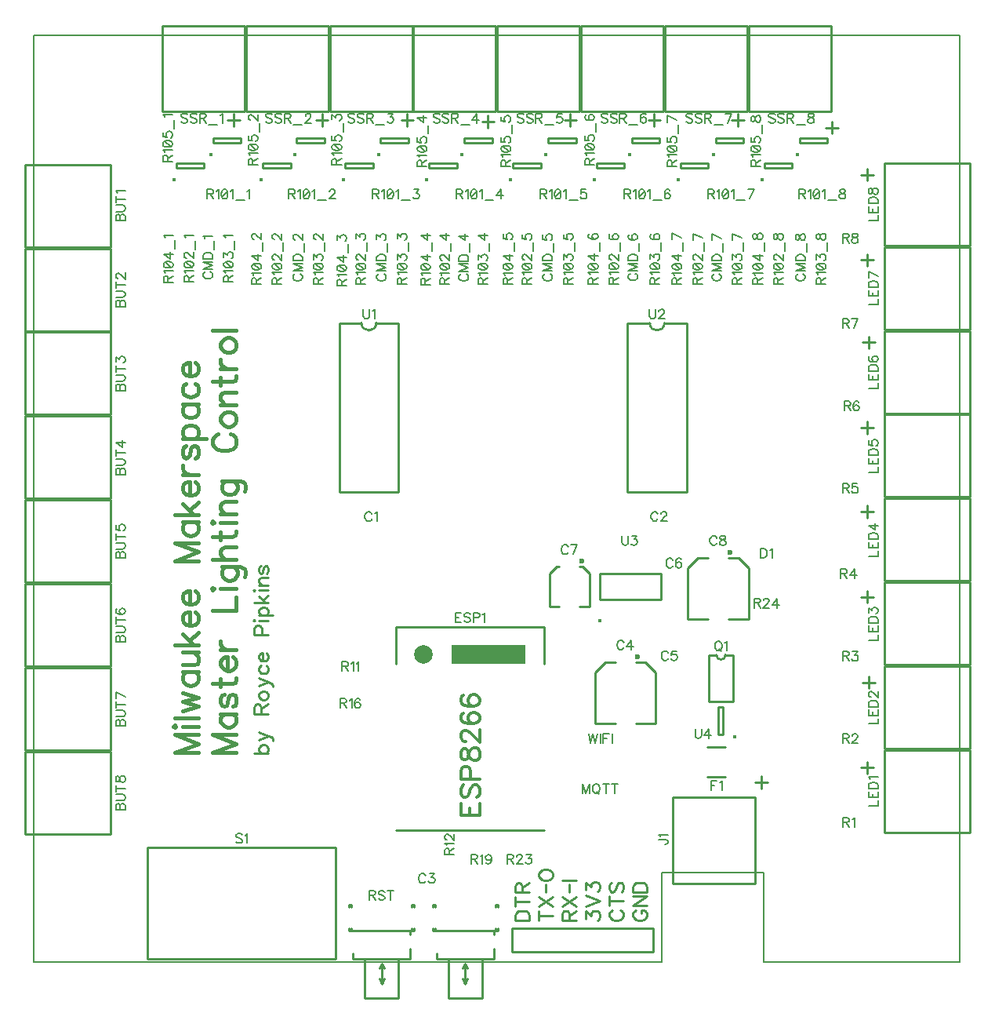
<source format=gto>
G04 DipTrace 3.0.0.0*
G04 TopSilk.gbr*
%MOIN*%
G04 #@! TF.FileFunction,Legend,Top*
G04 #@! TF.Part,Single*
%ADD10C,0.009843*%
%ADD11C,0.006*%
%ADD25C,0.02362*%
%ADD28C,0.023616*%
%ADD30C,0.07874*%
%ADD38C,0.015403*%
%ADD41C,0.015422*%
%ADD43C,0.015404*%
%ADD87C,0.006176*%
%ADD88C,0.009264*%
%ADD89C,0.015439*%
%ADD90C,0.012351*%
%FSLAX26Y26*%
G04*
G70*
G90*
G75*
G01*
G04 TopSilk*
%LPD*%
X-37525Y3037829D2*
D10*
X327489D1*
Y3387829D1*
X-37525D1*
Y3037829D1*
Y2681542D2*
X327489D1*
Y3031542D1*
X-37525D1*
Y2681542D1*
Y2325255D2*
X327489D1*
Y2675255D1*
X-37525D1*
Y2325255D1*
Y1968967D2*
X327489D1*
Y2318967D1*
X-37525D1*
Y1968967D1*
Y1612680D2*
X327489D1*
Y1962680D1*
X-37525D1*
Y1612680D1*
Y1256392D2*
X327489D1*
Y1606392D1*
X-37525D1*
Y1256392D1*
Y900105D2*
X327489D1*
Y1250105D1*
X-37525D1*
Y900105D1*
Y543818D2*
X327489D1*
Y893818D1*
X-37525D1*
Y543818D1*
X2645131Y1013156D2*
X2558526D1*
X2645131D2*
Y1229664D1*
X2601815Y1272959D2*
X2645131Y1229664D1*
X2601815Y1272959D2*
X2558526D1*
X2471894Y1013156D2*
X2385289D1*
Y1229664D1*
X2428604Y1272959D2*
X2385289Y1229664D1*
X2471894Y1272959D2*
X2428604D1*
D25*
X2566386Y1296614D3*
X2362331Y1511106D2*
D10*
X2320990D1*
X2362331D2*
Y1650843D1*
X2332806Y1680382D2*
X2362331Y1650843D1*
X2332806Y1680382D2*
X2320990D1*
X2234380Y1511106D2*
X2193039D1*
Y1650843D1*
X2222564Y1680382D2*
X2193039Y1650843D1*
X2234380Y1680382D2*
X2222564D1*
D28*
X2328870Y1702044D3*
X3038923Y1456953D2*
D10*
X2952317D1*
X3038923D2*
Y1673461D1*
X2995607Y1716756D2*
X3038923Y1673461D1*
X2995607Y1716756D2*
X2952317D1*
X2865686Y1456953D2*
X2779080D1*
Y1673461D1*
X2822396Y1716756D2*
X2779080Y1673461D1*
X2865686Y1716756D2*
X2822396D1*
D25*
X2960177Y1740410D3*
X1540108Y1424969D2*
D10*
Y1267504D1*
X2170029Y1424969D2*
Y1267504D1*
X1540108Y1424969D2*
X2170029D1*
Y558827D2*
X1540108D1*
D30*
X1658218Y1306870D3*
G36*
X1776328Y1346236D2*
X2091289D1*
Y1267504D1*
X1776328D1*
Y1346236D1*
G37*
X2864702Y787096D2*
D10*
X2939700D1*
X2864702Y913083D2*
X2939700D1*
X1972748Y244990D2*
Y235159D1*
Y142610D2*
Y132820D1*
Y244990D2*
X1962908D1*
Y235159D1*
X1712905Y14696D2*
X1957019D1*
X1697176Y244990D2*
Y235159D1*
Y244990D2*
X1707015D1*
Y235159D1*
X1697176Y142610D2*
Y132820D1*
X1957019Y14696D2*
Y56016D1*
Y117076D2*
Y132820D1*
X1972748D1*
X1697176D2*
X1712905D1*
Y35356D2*
Y14696D1*
X1707015Y142610D2*
Y134738D1*
X1962908Y142610D2*
Y134738D1*
X1712905Y132820D2*
X1957019D1*
X1764112Y-154617D2*
X1905812D1*
Y14696D1*
X1764112Y-154617D2*
Y14696D1*
X1834962Y-86684D2*
Y-9959D1*
Y-7961D2*
X1825123Y-27622D1*
X1834962Y-7961D2*
X1844801Y-27622D1*
X1834962Y-92638D2*
X1825123Y-70939D1*
X1834962Y-92638D2*
X1844801Y-70939D1*
X3065257Y335068D2*
X2715257D1*
Y700082D1*
X3065257D1*
Y335068D1*
X3980331Y900084D2*
X3615317D1*
Y550084D1*
X3980331D1*
Y900084D1*
Y1256371D2*
X3615317D1*
Y906371D1*
X3980331D1*
Y1256371D1*
Y1612659D2*
X3615317D1*
Y1262659D1*
X3980331D1*
Y1612659D1*
Y1968946D2*
X3615317D1*
Y1618946D1*
X3980331D1*
Y1968946D1*
Y2325234D2*
X3615317D1*
Y1975234D1*
X3980331D1*
Y2325234D1*
Y2681521D2*
X3615317D1*
Y2331521D1*
X3980331D1*
Y2681521D1*
Y3037808D2*
X3615317D1*
Y2687808D1*
X3980331D1*
Y3037808D1*
Y3394096D2*
X3615317D1*
Y3044096D1*
X3980331D1*
Y3394096D1*
X2870352Y1304812D2*
Y1107957D1*
X2972729Y1304812D2*
Y1107957D1*
X2870352D2*
X2972729D1*
X2901846Y1304812D2*
X2870352D1*
X2941235D2*
X2972729D1*
X2901846D2*
G03X2941235Y1304812I19694J9D01*
G01*
X1616460Y244990D2*
Y235159D1*
Y142610D2*
Y132820D1*
Y244990D2*
X1606621D1*
Y235159D1*
X1356618Y14696D2*
X1600731D1*
X1340889Y244990D2*
Y235159D1*
Y244990D2*
X1350728D1*
Y235159D1*
X1340889Y142610D2*
Y132820D1*
X1600731Y14696D2*
Y56016D1*
Y117076D2*
Y132820D1*
X1616460D1*
X1340889D2*
X1356618D1*
Y35356D2*
Y14696D1*
X1350728Y142610D2*
Y134738D1*
X1606621Y142610D2*
Y134738D1*
X1356618Y132820D2*
X1600731D1*
X1407824Y-154617D2*
X1549525D1*
Y14696D1*
X1407824Y-154617D2*
Y14696D1*
X1478675Y-86684D2*
Y-9959D1*
Y-7961D2*
X1468835Y-27622D1*
X1478675Y-7961D2*
X1488514Y-27622D1*
X1478675Y-92638D2*
X1468835Y-70939D1*
X1478675Y-92638D2*
X1488514Y-70939D1*
X483752Y487509D2*
X1283752D1*
Y12509D1*
X483752D1*
Y487509D1*
X1299132Y2714780D2*
Y1998283D1*
X1551099Y2714780D2*
Y1998283D1*
X1299132D2*
X1551099D1*
X1299132Y2714780D2*
X1393608D1*
X1456623D2*
X1551099D1*
X1393608D2*
G03X1456623Y2714780I31507J53D01*
G01*
X2524261D2*
Y1998283D1*
X2776228Y2714780D2*
Y1998283D1*
X2524261D2*
X2776228D1*
X2524261Y2714780D2*
X2618737D1*
X2681751D2*
X2776228D1*
X2618737D2*
G03X2681751Y2714780I31507J53D01*
G01*
D38*
X2408124Y1451211D3*
X2407084Y1540461D2*
D10*
X2666914D1*
X2407084Y1650697D2*
X2666914D1*
Y1540461D2*
Y1650697D1*
X2407084Y1540461D2*
Y1650697D1*
D41*
X2979966Y956755D3*
X2929824Y965955D2*
D10*
Y1084060D1*
X2910139D1*
Y965955D1*
X2929824D1*
D43*
X596663Y3323141D3*
X605864Y3373283D2*
D10*
X723969D1*
Y3392969D1*
X605864D1*
Y3373283D1*
D43*
X752929Y3429403D3*
X762130Y3479545D2*
D10*
X880235D1*
Y3499230D1*
X762130D1*
Y3479545D1*
X546264Y3977885D2*
X896264D1*
Y3612870D1*
X546264D1*
Y3977885D1*
D43*
X965452Y3323141D3*
X974652Y3373283D2*
D10*
X1092757D1*
Y3392969D1*
X974652D1*
Y3373283D1*
D43*
X1109217Y3429403D3*
X1118417Y3479545D2*
D10*
X1236522D1*
Y3499230D1*
X1118417D1*
Y3479545D1*
X902551Y3977885D2*
X1252551D1*
Y3612870D1*
X902551D1*
Y3977885D1*
D43*
X1315488Y3323141D3*
X1324689Y3373283D2*
D10*
X1442794D1*
Y3392969D1*
X1324689D1*
Y3373283D1*
D43*
X1465504Y3429403D3*
X1474705Y3479545D2*
D10*
X1592810D1*
Y3499230D1*
X1474705D1*
Y3479545D1*
X1258839Y3977885D2*
X1608839D1*
Y3612870D1*
X1258839D1*
Y3977885D1*
D43*
X1671776Y3323141D3*
X1680976Y3373283D2*
D10*
X1799081D1*
Y3392969D1*
X1680976D1*
Y3373283D1*
D43*
X1821791Y3429403D3*
X1830992Y3479545D2*
D10*
X1949097D1*
Y3499230D1*
X1830992D1*
Y3479545D1*
X1615126Y3977885D2*
X1965126D1*
Y3612870D1*
X1615126D1*
Y3977885D1*
D43*
X2028063Y3323141D3*
X2037264Y3373283D2*
D10*
X2155369D1*
Y3392969D1*
X2037264D1*
Y3373283D1*
D43*
X2178079Y3429403D3*
X2187280Y3479545D2*
D10*
X2305385D1*
Y3499230D1*
X2187280D1*
Y3479545D1*
X1971413Y3977885D2*
X2321413D1*
Y3612870D1*
X1971413D1*
Y3977885D1*
D43*
X2384350Y3323141D3*
X2393551Y3373283D2*
D10*
X2511656D1*
Y3392969D1*
X2393551D1*
Y3373283D1*
D43*
X2534366Y3429403D3*
X2543567Y3479545D2*
D10*
X2661672D1*
Y3499230D1*
X2543567D1*
Y3479545D1*
X2327701Y3977885D2*
X2677701D1*
Y3612870D1*
X2327701D1*
Y3977885D1*
D43*
X2740638Y3323141D3*
X2749839Y3373283D2*
D10*
X2867944D1*
Y3392969D1*
X2749839D1*
Y3373283D1*
D43*
X2890654Y3429403D3*
X2899854Y3479545D2*
D10*
X3017959D1*
Y3499230D1*
X2899854D1*
Y3479545D1*
X2683988Y3977885D2*
X3033988D1*
Y3612870D1*
X2683988D1*
Y3977885D1*
D43*
X3096925Y3323141D3*
X3106126Y3373283D2*
D10*
X3224231D1*
Y3392969D1*
X3106126D1*
Y3373283D1*
D43*
X3246941Y3429403D3*
X3256142Y3479545D2*
D10*
X3374247D1*
Y3499230D1*
X3256142D1*
Y3479545D1*
X3040276Y3977885D2*
X3390276D1*
Y3612870D1*
X3040276D1*
Y3977885D1*
X2033928Y143748D2*
X2633934D1*
Y43782D1*
X2033928D1*
Y143748D1*
X348543Y3149313D2*
D87*
X388735D1*
Y3166557D1*
X386790Y3172305D1*
X384889Y3174206D1*
X381086Y3176108D1*
X375338D1*
X371491Y3174206D1*
X369590Y3172305D1*
X367689Y3166557D1*
X365743Y3172305D1*
X363842Y3174206D1*
X360039Y3176108D1*
X356193D1*
X352390Y3174206D1*
X350445Y3172305D1*
X348543Y3166557D1*
Y3149313D1*
X367689D2*
Y3166557D1*
X348543Y3188459D2*
X377239D1*
X382987Y3190360D1*
X386790Y3194207D1*
X388735Y3199955D1*
Y3203758D1*
X386790Y3209506D1*
X382987Y3213352D1*
X377239Y3215254D1*
X348543D1*
Y3241002D2*
X388735D1*
X348543Y3227605D2*
Y3254400D1*
X356237Y3266751D2*
X354291Y3270598D1*
X348588Y3276346D1*
X388735D1*
X348543Y2784426D2*
X388735D1*
Y2801670D1*
X386790Y2807418D1*
X384889Y2809319D1*
X381086Y2811220D1*
X375338D1*
X371491Y2809319D1*
X369590Y2807418D1*
X367689Y2801670D1*
X365743Y2807418D1*
X363842Y2809319D1*
X360039Y2811220D1*
X356193D1*
X352390Y2809319D1*
X350445Y2807418D1*
X348543Y2801670D1*
Y2784426D1*
X367689D2*
Y2801670D1*
X348543Y2823572D2*
X377239D1*
X382987Y2825473D1*
X386790Y2829320D1*
X388735Y2835068D1*
Y2838870D1*
X386790Y2844618D1*
X382987Y2848465D1*
X377239Y2850366D1*
X348543D1*
Y2876115D2*
X388735D1*
X348543Y2862718D2*
Y2889512D1*
X358138Y2903809D2*
X356237D1*
X352390Y2905711D1*
X350489Y2907612D1*
X348588Y2911459D1*
Y2919108D1*
X350489Y2922910D1*
X352390Y2924812D1*
X356237Y2926757D1*
X360039D1*
X363886Y2924812D1*
X369590Y2921009D1*
X388735Y2901864D1*
Y2928658D1*
X348543Y2428138D2*
X388735D1*
Y2445382D1*
X386790Y2451130D1*
X384889Y2453032D1*
X381086Y2454933D1*
X375338D1*
X371491Y2453032D1*
X369590Y2451130D1*
X367689Y2445382D1*
X365743Y2451130D1*
X363842Y2453032D1*
X360039Y2454933D1*
X356193D1*
X352390Y2453032D1*
X350445Y2451130D1*
X348543Y2445382D1*
Y2428138D1*
X367689D2*
Y2445382D1*
X348543Y2467284D2*
X377239D1*
X382987Y2469186D1*
X386790Y2473032D1*
X388735Y2478780D1*
Y2482583D1*
X386790Y2488331D1*
X382987Y2492178D1*
X377239Y2494079D1*
X348543D1*
Y2519828D2*
X388735D1*
X348543Y2506430D2*
Y2533225D1*
X348588Y2549423D2*
Y2570426D1*
X363886Y2558974D1*
Y2564722D1*
X365787Y2568524D1*
X367689Y2570426D1*
X373437Y2572371D1*
X377239D1*
X382987Y2570426D1*
X386834Y2566623D1*
X388735Y2560875D1*
Y2555127D1*
X386834Y2549423D1*
X384889Y2547522D1*
X381086Y2545576D1*
X348543Y2070900D2*
X388735D1*
Y2088144D1*
X386790Y2093892D1*
X384889Y2095794D1*
X381086Y2097695D1*
X375338D1*
X371491Y2095794D1*
X369590Y2093892D1*
X367689Y2088144D1*
X365743Y2093892D1*
X363842Y2095794D1*
X360039Y2097695D1*
X356193D1*
X352390Y2095794D1*
X350445Y2093892D1*
X348543Y2088144D1*
Y2070900D1*
X367689D2*
Y2088144D1*
X348543Y2110046D2*
X377239D1*
X382987Y2111947D1*
X386790Y2115794D1*
X388735Y2121542D1*
Y2125345D1*
X386790Y2131093D1*
X382987Y2134940D1*
X377239Y2136841D1*
X348543D1*
Y2162590D2*
X388735D1*
X348543Y2149192D2*
Y2175987D1*
X388735Y2207484D2*
X348588D1*
X375338Y2188338D1*
Y2217034D1*
X348543Y1715563D2*
X388735D1*
Y1732808D1*
X386790Y1738556D1*
X384889Y1740457D1*
X381086Y1742358D1*
X375338D1*
X371491Y1740457D1*
X369590Y1738556D1*
X367689Y1732808D1*
X365743Y1738556D1*
X363842Y1740457D1*
X360039Y1742358D1*
X356193D1*
X352390Y1740457D1*
X350445Y1738556D1*
X348543Y1732808D1*
Y1715563D1*
X367689D2*
Y1732808D1*
X348543Y1754710D2*
X377239Y1754709D1*
X382987Y1756611D1*
X386790Y1760457D1*
X388735Y1766205D1*
Y1770008D1*
X386790Y1775756D1*
X382987Y1779603D1*
X377239Y1781504D1*
X348543D1*
Y1807253D2*
X388735D1*
X348543Y1793856D2*
Y1820650D1*
X348588Y1855949D2*
Y1836848D1*
X365787Y1834947D1*
X363886Y1836848D1*
X361941Y1842596D1*
Y1848300D1*
X363886Y1854048D1*
X367689Y1857895D1*
X373437Y1859796D1*
X377239D1*
X382987Y1857895D1*
X386834Y1854048D1*
X388735Y1848300D1*
Y1842596D1*
X386834Y1836848D1*
X384889Y1834947D1*
X381086Y1833002D1*
X348543Y1360249D2*
X388735D1*
Y1377493D1*
X386790Y1383241D1*
X384889Y1385142D1*
X381086Y1387043D1*
X375338D1*
X371491Y1385142D1*
X369590Y1383241D1*
X367689Y1377493D1*
X365743Y1383241D1*
X363842Y1385142D1*
X360039Y1387043D1*
X356193D1*
X352390Y1385142D1*
X350445Y1383241D1*
X348543Y1377493D1*
Y1360249D1*
X367689D2*
Y1377493D1*
X348543Y1399395D2*
X377239D1*
X382987Y1401296D1*
X386790Y1405143D1*
X388735Y1410891D1*
Y1414693D1*
X386790Y1420441D1*
X382987Y1424288D1*
X377239Y1426189D1*
X348543D1*
Y1451938D2*
X388735D1*
X348543Y1438541D2*
Y1465336D1*
X354291Y1500635D2*
X350489Y1498734D1*
X348588Y1492986D1*
Y1489183D1*
X350489Y1483435D1*
X356237Y1479588D1*
X365787Y1477687D1*
X375338D1*
X382987Y1479588D1*
X386834Y1483435D1*
X388735Y1489183D1*
Y1491084D1*
X386834Y1496788D1*
X382987Y1500635D1*
X377239Y1502536D1*
X375338D1*
X369590Y1500635D1*
X365787Y1496788D1*
X363886Y1491084D1*
Y1489183D1*
X365787Y1483435D1*
X369590Y1479588D1*
X375338Y1477687D1*
X348543Y1002989D2*
X388735D1*
Y1020233D1*
X386790Y1025981D1*
X384889Y1027882D1*
X381086Y1029783D1*
X375338D1*
X371491Y1027882D1*
X369590Y1025981D1*
X367689Y1020233D1*
X365743Y1025981D1*
X363842Y1027882D1*
X360039Y1029783D1*
X356193D1*
X352390Y1027882D1*
X350445Y1025981D1*
X348543Y1020233D1*
Y1002989D1*
X367689D2*
Y1020233D1*
X348543Y1042135D2*
X377239D1*
X382987Y1044036D1*
X386790Y1047883D1*
X388735Y1053631D1*
Y1057433D1*
X386790Y1063181D1*
X382987Y1067028D1*
X377239Y1068929D1*
X348543D1*
Y1094678D2*
X388735D1*
X348543Y1081281D2*
Y1108075D1*
X388735Y1128076D2*
X348588Y1147221D1*
Y1120427D1*
X348543Y646723D2*
X388735D1*
Y663967D1*
X386790Y669715D1*
X384889Y671617D1*
X381086Y673518D1*
X375338D1*
X371491Y671617D1*
X369590Y669715D1*
X367689Y663967D1*
X365743Y669715D1*
X363842Y671617D1*
X360039Y673518D1*
X356193D1*
X352390Y671617D1*
X350445Y669715D1*
X348543Y663967D1*
Y646723D1*
X367689D2*
Y663967D1*
X348543Y685869D2*
X377239D1*
X382987Y687771D1*
X386790Y691617D1*
X388735Y697365D1*
Y701168D1*
X386790Y706916D1*
X382987Y710763D1*
X377239Y712664D1*
X348543D1*
Y738413D2*
X388735D1*
X348543Y725015D2*
Y751810D1*
X348588Y773712D2*
X350489Y768008D1*
X354291Y766063D1*
X358138D1*
X361941Y768008D1*
X363886Y771811D1*
X365787Y779460D1*
X367689Y785208D1*
X371535Y789011D1*
X375338Y790912D1*
X381086D1*
X384889Y789011D1*
X386834Y787109D1*
X388735Y781361D1*
Y773712D1*
X386834Y768008D1*
X384889Y766063D1*
X381086Y764161D1*
X375338D1*
X371535Y766063D1*
X367689Y769910D1*
X365787Y775613D1*
X363886Y783263D1*
X361941Y787109D1*
X358138Y789011D1*
X354291D1*
X350489Y787109D1*
X348588Y781361D1*
Y773712D1*
X1437131Y1903355D2*
X1435230Y1907157D1*
X1431383Y1911004D1*
X1427580Y1912905D1*
X1419931D1*
X1416084Y1911004D1*
X1412282Y1907157D1*
X1410336Y1903355D1*
X1408435Y1897607D1*
Y1888012D1*
X1410336Y1882308D1*
X1412282Y1878462D1*
X1416084Y1874659D1*
X1419931Y1872713D1*
X1427580D1*
X1431383Y1874659D1*
X1435230Y1878462D1*
X1437131Y1882308D1*
X1449482Y1905212D2*
X1453329Y1907157D1*
X1459077Y1912861D1*
Y1872713D1*
X2653648Y1903810D2*
X2651746Y1907613D1*
X2647900Y1911460D1*
X2644097Y1913361D1*
X2636448D1*
X2632601Y1911460D1*
X2628798Y1907613D1*
X2626853Y1903810D1*
X2624952Y1898062D1*
Y1888467D1*
X2626853Y1882764D1*
X2628798Y1878917D1*
X2632601Y1875114D1*
X2636448Y1873169D1*
X2644097D1*
X2647900Y1875114D1*
X2651746Y1878917D1*
X2653648Y1882764D1*
X2667945Y1903766D2*
Y1905667D1*
X2669846Y1909514D1*
X2671747Y1911415D1*
X2675594Y1913317D1*
X2683243D1*
X2687046Y1911415D1*
X2688947Y1909514D1*
X2690892Y1905667D1*
Y1901865D1*
X2688947Y1898018D1*
X2685144Y1892314D1*
X2665999Y1873169D1*
X2692794D1*
X1666044Y366149D2*
X1664143Y369951D1*
X1660296Y373798D1*
X1656493Y375699D1*
X1648844D1*
X1644997Y373798D1*
X1641195Y369951D1*
X1639249Y366149D1*
X1637348Y360401D1*
Y350806D1*
X1639249Y345102D1*
X1641195Y341255D1*
X1644997Y337453D1*
X1648844Y335507D1*
X1656493D1*
X1660296Y337453D1*
X1664143Y341255D1*
X1666044Y345102D1*
X1682242Y375655D2*
X1703245D1*
X1691793Y360357D1*
X1697541D1*
X1701343Y358455D1*
X1703245Y356554D1*
X1705190Y350806D1*
Y347004D1*
X1703245Y341255D1*
X1699442Y337409D1*
X1693694Y335507D1*
X1687946D1*
X1682242Y337409D1*
X1680341Y339354D1*
X1678395Y343157D1*
X2509034Y1357445D2*
X2507133Y1361248D1*
X2503286Y1365095D1*
X2499484Y1366996D1*
X2491834D1*
X2487988Y1365095D1*
X2484185Y1361248D1*
X2482240Y1357445D1*
X2480338Y1351697D1*
Y1342102D1*
X2482240Y1336399D1*
X2484185Y1332552D1*
X2487988Y1328749D1*
X2491834Y1326804D1*
X2499484D1*
X2503286Y1328749D1*
X2507133Y1332552D1*
X2509034Y1336399D1*
X2540531Y1326804D2*
Y1366952D1*
X2521386Y1340201D1*
X2550082D1*
X2697505Y1312044D2*
X2695603Y1315846D1*
X2691757Y1319693D1*
X2687954Y1321594D1*
X2680305D1*
X2676458Y1319693D1*
X2672655Y1315846D1*
X2670710Y1312044D1*
X2668809Y1306296D1*
Y1296701D1*
X2670710Y1290997D1*
X2672655Y1287150D1*
X2676458Y1283348D1*
X2680305Y1281402D1*
X2687954D1*
X2691757Y1283348D1*
X2695603Y1287150D1*
X2697505Y1290997D1*
X2732804Y1321550D2*
X2713703D1*
X2711801Y1304350D1*
X2713703Y1306251D1*
X2719451Y1308197D1*
X2725155D1*
X2730903Y1306251D1*
X2734749Y1302449D1*
X2736651Y1296701D1*
Y1292898D1*
X2734749Y1287150D1*
X2730903Y1283303D1*
X2725155Y1281402D1*
X2719451D1*
X2713703Y1283303D1*
X2711801Y1285249D1*
X2709856Y1289052D1*
X2717229Y1705835D2*
X2715328Y1709638D1*
X2711481Y1713484D1*
X2707679Y1715386D1*
X2700029D1*
X2696183Y1713484D1*
X2692380Y1709638D1*
X2690435Y1705835D1*
X2688533Y1700087D1*
Y1690492D1*
X2690435Y1684788D1*
X2692380Y1680942D1*
X2696183Y1677139D1*
X2700029Y1675194D1*
X2707679D1*
X2711481Y1677139D1*
X2715328Y1680942D1*
X2717229Y1684788D1*
X2752529Y1709638D2*
X2750627Y1713440D1*
X2744879Y1715341D1*
X2741077D1*
X2735329Y1713440D1*
X2731482Y1707692D1*
X2729581Y1698141D1*
Y1688591D1*
X2731482Y1680942D1*
X2735329Y1677095D1*
X2741077Y1675194D1*
X2742978D1*
X2748682Y1677095D1*
X2752529Y1680942D1*
X2754430Y1686690D1*
Y1688591D1*
X2752529Y1694339D1*
X2748682Y1698141D1*
X2742978Y1700043D1*
X2741077D1*
X2735329Y1698141D1*
X2731482Y1694339D1*
X2729581Y1688591D1*
X2272460Y1762894D2*
X2270559Y1766697D1*
X2266712Y1770543D1*
X2262909Y1772445D1*
X2255260D1*
X2251413Y1770543D1*
X2247611Y1766697D1*
X2245665Y1762894D1*
X2243764Y1757146D1*
Y1747551D1*
X2245665Y1741847D1*
X2247611Y1738001D1*
X2251413Y1734198D1*
X2255260Y1732253D1*
X2262909D1*
X2266712Y1734198D1*
X2270559Y1738001D1*
X2272460Y1741847D1*
X2292461Y1732253D2*
X2311606Y1772400D1*
X2284811D1*
X2903798Y1801242D2*
X2901897Y1805044D1*
X2898050Y1808891D1*
X2894248Y1810792D1*
X2886598D1*
X2882752Y1808891D1*
X2878949Y1805044D1*
X2877004Y1801242D1*
X2875102Y1795494D1*
Y1785899D1*
X2877004Y1780195D1*
X2878949Y1776348D1*
X2882752Y1772546D1*
X2886598Y1770600D1*
X2894248D1*
X2898050Y1772546D1*
X2901897Y1776348D1*
X2903798Y1780195D1*
X2925700Y1810748D2*
X2919997Y1808847D1*
X2918051Y1805044D1*
Y1801198D1*
X2919997Y1797395D1*
X2923799Y1795450D1*
X2931448Y1793548D1*
X2937196Y1791647D1*
X2940999Y1787800D1*
X2942900Y1783998D1*
Y1778250D1*
X2940999Y1774447D1*
X2939098Y1772502D1*
X2933350Y1770600D1*
X2925700D1*
X2919997Y1772502D1*
X2918051Y1774447D1*
X2916150Y1778250D1*
Y1783998D1*
X2918051Y1787800D1*
X2921898Y1791647D1*
X2927602Y1793548D1*
X2935251Y1795450D1*
X2939098Y1797395D1*
X2940999Y1801198D1*
Y1805044D1*
X2939098Y1808847D1*
X2933350Y1810748D1*
X2925700D1*
X3090800Y1757031D2*
Y1716839D1*
X3104198D1*
X3109946Y1718785D1*
X3113792Y1722587D1*
X3115694Y1726434D1*
X3117595Y1732138D1*
Y1741733D1*
X3115694Y1747481D1*
X3113792Y1751283D1*
X3109946Y1755130D1*
X3104198Y1757031D1*
X3090800D1*
X3129946Y1749338D2*
X3133793Y1751283D1*
X3139541Y1756987D1*
Y1716839D1*
X1817374Y1483547D2*
X1792524D1*
Y1443355D1*
X1817374D1*
X1792524Y1464402D2*
X1807823D1*
X1856520Y1477799D2*
X1852717Y1481646D1*
X1846969Y1483547D1*
X1839320D1*
X1833572Y1481646D1*
X1829725Y1477799D1*
Y1473996D1*
X1831671Y1470150D1*
X1833572Y1468248D1*
X1837374Y1466347D1*
X1848870Y1462500D1*
X1852717Y1460599D1*
X1854618Y1458654D1*
X1856520Y1454851D1*
Y1449103D1*
X1852717Y1445300D1*
X1846969Y1443355D1*
X1839320D1*
X1833572Y1445300D1*
X1829725Y1449103D1*
X1868871Y1462500D2*
X1886115D1*
X1891819Y1464402D1*
X1893765Y1466347D1*
X1895666Y1470150D1*
Y1475898D1*
X1893765Y1479700D1*
X1891819Y1481646D1*
X1886115Y1483547D1*
X1868871D1*
Y1443355D1*
X1908017Y1475853D2*
X1911864Y1477799D1*
X1917612Y1483503D1*
Y1443355D1*
X2903674Y769593D2*
X2878781D1*
Y729401D1*
Y750448D2*
X2894080D1*
X2916026Y761900D2*
X2919873Y763845D1*
X2925621Y769549D1*
Y729401D1*
X2656679Y519919D2*
X2687276D1*
X2693024Y518017D1*
X2694925Y516072D1*
X2696871Y512269D1*
Y508423D1*
X2694925Y504620D1*
X2693024Y502719D1*
X2687276Y500773D1*
X2683473D1*
X2664372Y532270D2*
X2662427Y536117D1*
X2656723Y541865D1*
X2696871D1*
X3549251Y664464D2*
X3589443D1*
Y687412D1*
X3549251Y724612D2*
Y699763D1*
X3589443D1*
Y724612D1*
X3568396Y699763D2*
Y715062D1*
X3549251Y736964D2*
X3589443D1*
Y750361D1*
X3587497Y756109D1*
X3583695Y759956D1*
X3579848Y761857D1*
X3574144Y763758D1*
X3564550D1*
X3558802Y761857D1*
X3554999Y759956D1*
X3551152Y756109D1*
X3549251Y750361D1*
Y736964D1*
X3556945Y776110D2*
X3554999Y779956D1*
X3549295Y785704D1*
X3589443D1*
X3549251Y1012151D2*
X3589443D1*
Y1035099D1*
X3549251Y1072300D2*
Y1047450D1*
X3589443D1*
Y1072300D1*
X3568396Y1047450D2*
Y1062749D1*
X3549251Y1084651D2*
X3589443D1*
Y1098048D1*
X3587497Y1103796D1*
X3583695Y1107643D1*
X3579848Y1109544D1*
X3574144Y1111446D1*
X3564550D1*
X3558802Y1109544D1*
X3554999Y1107643D1*
X3551152Y1103796D1*
X3549251Y1098048D1*
Y1084651D1*
X3558846Y1125743D2*
X3556945D1*
X3553098Y1127644D1*
X3551196Y1129545D1*
X3549295Y1133392D1*
Y1141041D1*
X3551196Y1144844D1*
X3553098Y1146745D1*
X3556944Y1148690D1*
X3560747D1*
X3564594Y1146745D1*
X3570298Y1142942D1*
X3589443Y1123797D1*
Y1150592D1*
X3549251Y1368439D2*
X3589443D1*
Y1391386D1*
X3549251Y1428587D2*
Y1403738D1*
X3589443D1*
Y1428587D1*
X3568396Y1403738D2*
Y1419036D1*
X3549251Y1440938D2*
X3589443D1*
Y1454336D1*
X3587497Y1460084D1*
X3583695Y1463930D1*
X3579848Y1465832D1*
X3574144Y1467733D1*
X3564550D1*
X3558802Y1465832D1*
X3554999Y1463931D1*
X3551152Y1460084D1*
X3549251Y1454336D1*
Y1440938D1*
X3549295Y1483931D2*
Y1504934D1*
X3564594Y1493482D1*
Y1499230D1*
X3566495Y1503032D1*
X3568396Y1504934D1*
X3574144Y1506879D1*
X3577947D1*
X3583695Y1504934D1*
X3587542Y1501131D1*
X3589443Y1495383D1*
Y1489635D1*
X3587542Y1483931D1*
X3585596Y1482030D1*
X3581794Y1480084D1*
X3549251Y1723775D2*
X3589443D1*
Y1746723D1*
X3549251Y1783924D2*
Y1759075D1*
X3589443D1*
Y1783924D1*
X3568396Y1759075D2*
Y1774373D1*
X3549251Y1796275D2*
X3589443D1*
Y1809672D1*
X3587497Y1815421D1*
X3583695Y1819267D1*
X3579848Y1821169D1*
X3574144Y1823070D1*
X3564550D1*
X3558802Y1821169D1*
X3554999Y1819267D1*
X3551152Y1815421D1*
X3549251Y1809673D1*
Y1796275D1*
X3589443Y1854567D2*
X3549295D1*
X3576046Y1835421D1*
Y1864117D1*
X3549251Y2081013D2*
X3589443D1*
Y2103961D1*
X3549251Y2141162D2*
Y2116313D1*
X3589443D1*
Y2141162D1*
X3568396Y2116313D2*
Y2131611D1*
X3549251Y2153513D2*
X3589443D1*
Y2166911D1*
X3587497Y2172659D1*
X3583695Y2176505D1*
X3579848Y2178407D1*
X3574144Y2180308D1*
X3564550D1*
X3558802Y2178407D1*
X3554999Y2176505D1*
X3551152Y2172659D1*
X3549251Y2166911D1*
Y2153513D1*
X3549295Y2215607D2*
Y2196506D1*
X3566495Y2194605D1*
X3564594Y2196506D1*
X3562648Y2202254D1*
Y2207958D1*
X3564594Y2213706D1*
X3568396Y2217553D1*
X3574144Y2219454D1*
X3577947D1*
X3583695Y2217553D1*
X3587542Y2213706D1*
X3589443Y2207958D1*
Y2202254D1*
X3587542Y2196506D1*
X3585596Y2194605D1*
X3581794Y2192659D1*
X3549251Y2438274D2*
X3589443D1*
Y2461221D1*
X3549251Y2498422D2*
Y2473573D1*
X3589443D1*
Y2498422D1*
X3568396Y2473573D2*
Y2488871D1*
X3549251Y2510773D2*
X3589443D1*
Y2524171D1*
X3587497Y2529919D1*
X3583695Y2533765D1*
X3579848Y2535667D1*
X3574144Y2537568D1*
X3564550D1*
X3558802Y2535667D1*
X3554999Y2533765D1*
X3551152Y2529919D1*
X3549251Y2524171D1*
Y2510773D1*
X3554999Y2572867D2*
X3551196Y2570966D1*
X3549295Y2565218D1*
Y2561415D1*
X3551196Y2555667D1*
X3556945Y2551821D1*
X3566495Y2549919D1*
X3576046D1*
X3583695Y2551821D1*
X3587542Y2555667D1*
X3589443Y2561415D1*
Y2563317D1*
X3587542Y2569021D1*
X3583695Y2572867D1*
X3577947Y2574769D1*
X3576046D1*
X3570298Y2572867D1*
X3566495Y2569021D1*
X3564594Y2563317D1*
Y2561415D1*
X3566495Y2555667D1*
X3570298Y2551821D1*
X3576046Y2549919D1*
X3549251Y2793588D2*
X3589443D1*
Y2816536D1*
X3549251Y2853737D2*
Y2828887D1*
X3589443D1*
Y2853737D1*
X3568396Y2828887D2*
Y2844186D1*
X3549251Y2866088D2*
X3589443D1*
Y2879485D1*
X3587497Y2885233D1*
X3583695Y2889080D1*
X3579848Y2890981D1*
X3574144Y2892883D1*
X3564550D1*
X3558802Y2890981D1*
X3554999Y2889080D1*
X3551152Y2885233D1*
X3549251Y2879485D1*
Y2866088D1*
X3589443Y2912883D2*
X3549295Y2932029D1*
Y2905234D1*
X3549251Y3149898D2*
X3589443D1*
Y3172846D1*
X3549251Y3210046D2*
Y3185197D1*
X3589443D1*
Y3210046D1*
X3568396Y3185197D2*
Y3200496D1*
X3549251Y3222398D2*
X3589443Y3222397D1*
Y3235795D1*
X3587497Y3241543D1*
X3583695Y3245390D1*
X3579848Y3247291D1*
X3574144Y3249192D1*
X3564550D1*
X3558802Y3247291D1*
X3554999Y3245390D1*
X3551152Y3241543D1*
X3549251Y3235795D1*
Y3222398D1*
X3549295Y3271094D2*
X3551196Y3265390D1*
X3554999Y3263445D1*
X3558846D1*
X3562648Y3265390D1*
X3564594Y3269193D1*
X3566495Y3276842D1*
X3568396Y3282590D1*
X3572243Y3286393D1*
X3576046Y3288294D1*
X3581794D1*
X3585596Y3286393D1*
X3587542Y3284491D1*
X3589443Y3278743D1*
Y3271094D1*
X3587542Y3265390D1*
X3585596Y3263445D1*
X3581794Y3261544D1*
X3576046D1*
X3572243Y3263445D1*
X3568396Y3267292D1*
X3566495Y3272995D1*
X3564594Y3280645D1*
X3562648Y3284491D1*
X3558846Y3286393D1*
X3554999D1*
X3551196Y3284491D1*
X3549295Y3278743D1*
Y3271094D1*
X2363503Y716734D2*
Y756926D1*
X2348204Y716734D1*
X2332905Y756926D1*
Y716734D1*
X2387350Y756926D2*
X2383547Y755069D1*
X2379701Y751222D1*
X2377799Y747376D1*
X2375854Y741628D1*
Y732077D1*
X2377799Y726329D1*
X2379701Y722526D1*
X2383547Y718680D1*
X2387350Y716778D1*
X2394999D1*
X2398846Y718680D1*
X2402649Y722526D1*
X2404550Y726329D1*
X2406495Y732077D1*
Y741628D1*
X2404550Y747376D1*
X2402649Y751222D1*
X2398846Y755069D1*
X2394999Y756926D1*
X2387350D1*
X2393098Y724428D2*
X2404550Y712932D1*
X2432244Y756926D2*
Y716734D1*
X2418847Y756926D2*
X2445641D1*
X2471390D2*
Y716734D1*
X2457993Y756926D2*
X2484788D1*
X2906743Y1363390D2*
X2902940Y1361533D1*
X2899094Y1357686D1*
X2897192Y1353840D1*
X2895247Y1348092D1*
Y1338541D1*
X2897192Y1332793D1*
X2899094Y1328990D1*
X2902940Y1325144D1*
X2906743Y1323242D1*
X2914392D1*
X2918239Y1325144D1*
X2922042Y1328990D1*
X2923943Y1332793D1*
X2925888Y1338541D1*
Y1348092D1*
X2923943Y1353840D1*
X2922042Y1357686D1*
X2918239Y1361533D1*
X2914392Y1363390D1*
X2906743D1*
X2912491Y1330892D2*
X2923943Y1319396D1*
X2938240Y1355697D2*
X2942086Y1357642D1*
X2947834Y1363346D1*
Y1323198D1*
X3441042Y594079D2*
X3458242D1*
X3463990Y596025D1*
X3465935Y597926D1*
X3467836Y601728D1*
Y605575D1*
X3465935Y609378D1*
X3463990Y611323D1*
X3458242Y613224D1*
X3441042D1*
Y573032D1*
X3454439Y594079D2*
X3467836Y573032D1*
X3480188Y605531D2*
X3484034Y607476D1*
X3489783Y613180D1*
Y573032D1*
X3438692Y950366D2*
X3455892D1*
X3461640Y952312D1*
X3463586Y954213D1*
X3465487Y958016D1*
Y961862D1*
X3463586Y965665D1*
X3461640Y967611D1*
X3455892Y969512D1*
X3438692D1*
Y929320D1*
X3452090Y950366D2*
X3465487Y929320D1*
X3479784Y959917D2*
Y961818D1*
X3481685Y965665D1*
X3483586Y967566D1*
X3487433Y969468D1*
X3495083D1*
X3498885Y967566D1*
X3500786Y965665D1*
X3502732Y961818D1*
Y958016D1*
X3500786Y954169D1*
X3496984Y948465D1*
X3477838Y929320D1*
X3504633D1*
X3438692Y1300403D2*
X3455892D1*
X3461640Y1302349D1*
X3463586Y1304250D1*
X3465487Y1308052D1*
Y1311899D1*
X3463586Y1315702D1*
X3461640Y1317647D1*
X3455892Y1319549D1*
X3438692D1*
Y1279357D1*
X3452090Y1300403D2*
X3465487Y1279357D1*
X3481685Y1319504D2*
X3502688D1*
X3491236Y1304206D1*
X3496984D1*
X3500786Y1302304D1*
X3502688Y1300403D1*
X3504633Y1294655D1*
Y1290853D1*
X3502688Y1285105D1*
X3498885Y1281258D1*
X3493137Y1279357D1*
X3487389D1*
X3481685Y1281258D1*
X3479784Y1283203D1*
X3477838Y1287006D1*
X3431491Y1650440D2*
X3448691D1*
X3454439Y1652385D1*
X3456384Y1654287D1*
X3458286Y1658089D1*
Y1661936D1*
X3456384Y1665739D1*
X3454439Y1667684D1*
X3448691Y1669585D1*
X3431491D1*
Y1629393D1*
X3444888Y1650440D2*
X3458286Y1629393D1*
X3489783D2*
Y1669541D1*
X3470637Y1642791D1*
X3499333D1*
X3438692Y2012978D2*
X3455892D1*
X3461640Y2014923D1*
X3463586Y2016825D1*
X3465487Y2020627D1*
Y2024474D1*
X3463586Y2028277D1*
X3461640Y2030222D1*
X3455892Y2032123D1*
X3438692D1*
Y1991931D1*
X3452090Y2012978D2*
X3465487Y1991931D1*
X3500786Y2032079D2*
X3481685D1*
X3479784Y2014879D1*
X3481685Y2016781D1*
X3487433Y2018726D1*
X3493137D1*
X3498885Y2016781D1*
X3502732Y2012978D1*
X3504633Y2007230D1*
Y2003427D1*
X3502732Y1997679D1*
X3498885Y1993833D1*
X3493137Y1991931D1*
X3487433D1*
X3481685Y1993833D1*
X3479784Y1995778D1*
X3477838Y1999581D1*
X3445916Y2363015D2*
X3463116D1*
X3468864Y2364960D1*
X3470809Y2366861D1*
X3472710Y2370664D1*
Y2374511D1*
X3470809Y2378313D1*
X3468864Y2380259D1*
X3463116Y2382160D1*
X3445916D1*
Y2341968D1*
X3459313Y2363015D2*
X3472710Y2341968D1*
X3508010Y2376412D2*
X3506108Y2380215D1*
X3500360Y2382116D1*
X3496558D1*
X3490810Y2380215D1*
X3486963Y2374467D1*
X3485062Y2364916D1*
Y2355365D1*
X3486963Y2347716D1*
X3490810Y2343869D1*
X3496558Y2341968D1*
X3498459D1*
X3504163Y2343869D1*
X3508010Y2347716D1*
X3509911Y2353464D1*
Y2355365D1*
X3508010Y2361113D1*
X3504163Y2364916D1*
X3498459Y2366817D1*
X3496558D1*
X3490810Y2364916D1*
X3486963Y2361113D1*
X3485062Y2355365D1*
X3438692Y2713051D2*
X3455892D1*
X3461640Y2714997D1*
X3463586Y2716898D1*
X3465487Y2720701D1*
Y2724548D1*
X3463586Y2728350D1*
X3461640Y2730296D1*
X3455892Y2732197D1*
X3438692D1*
Y2692005D1*
X3452090Y2713051D2*
X3465487Y2692005D1*
X3485488D2*
X3504633Y2732153D1*
X3477838D1*
X3438714Y3075590D2*
X3455914D1*
X3461662Y3077535D1*
X3463608Y3079436D1*
X3465509Y3083239D1*
Y3087086D1*
X3463608Y3090888D1*
X3461662Y3092834D1*
X3455914Y3094735D1*
X3438714D1*
Y3054543D1*
X3452112Y3075590D2*
X3465509Y3054543D1*
X3487411Y3094691D2*
X3481707Y3092789D1*
X3479762Y3088987D1*
Y3085140D1*
X3481707Y3081338D1*
X3485510Y3079392D1*
X3493159Y3077491D1*
X3498907Y3075590D1*
X3502710Y3071743D1*
X3504611Y3067940D1*
Y3062192D1*
X3502710Y3058390D1*
X3500808Y3056444D1*
X3495060Y3054543D1*
X3487411D1*
X3481707Y3056444D1*
X3479762Y3058390D1*
X3477861Y3062192D1*
Y3067940D1*
X3479762Y3071743D1*
X3483609Y3075590D1*
X3489312Y3077491D1*
X3496962Y3079392D1*
X3500808Y3081338D1*
X3502710Y3085140D1*
Y3088987D1*
X3500808Y3092789D1*
X3495060Y3094691D1*
X3487411D1*
X1311096Y1256585D2*
X1328296D1*
X1334044Y1258531D1*
X1335990Y1260432D1*
X1337891Y1264235D1*
Y1268081D1*
X1335990Y1271884D1*
X1334044Y1273829D1*
X1328296Y1275731D1*
X1311096D1*
Y1235539D1*
X1324493Y1256585D2*
X1337891Y1235539D1*
X1350242Y1268037D2*
X1354089Y1269983D1*
X1359837Y1275686D1*
Y1235539D1*
X1372188Y1268037D2*
X1376035Y1269983D1*
X1381783Y1275686D1*
Y1235539D1*
X1766973Y456109D2*
X1766974Y473309D1*
X1765028Y479057D1*
X1763127Y481003D1*
X1759324Y482904D1*
X1755477D1*
X1751675Y481003D1*
X1749729Y479057D1*
X1747828Y473309D1*
Y456109D1*
X1788020D1*
X1766974Y469506D2*
X1788020Y482904D1*
X1755522Y495255D2*
X1753576Y499102D1*
X1747872Y504850D1*
X1788020D1*
X1757423Y519147D2*
X1755522D1*
X1751675Y521048D1*
X1749774Y522949D1*
X1747872Y526796D1*
Y534445D1*
X1749774Y538248D1*
X1751675Y540149D1*
X1755522Y542095D1*
X1759324D1*
X1763171Y540149D1*
X1768875Y536347D1*
X1788020Y517201D1*
Y543996D1*
X1303469Y1100319D2*
X1320669D1*
X1326417Y1102264D1*
X1328362Y1104166D1*
X1330264Y1107968D1*
Y1111815D1*
X1328362Y1115618D1*
X1326417Y1117563D1*
X1320669Y1119464D1*
X1303469D1*
Y1079272D1*
X1316866Y1100319D2*
X1330264Y1079272D1*
X1342615Y1111771D2*
X1346462Y1113716D1*
X1352210Y1119420D1*
Y1079272D1*
X1387509Y1113716D2*
X1385608Y1117519D1*
X1379860Y1119420D1*
X1376057D1*
X1370309Y1117519D1*
X1366462Y1111771D1*
X1364561Y1102220D1*
Y1092670D1*
X1366462Y1085020D1*
X1370309Y1081174D1*
X1376057Y1079272D1*
X1377959D1*
X1383662Y1081174D1*
X1387509Y1085020D1*
X1389410Y1090768D1*
Y1092670D1*
X1387509Y1098418D1*
X1383662Y1102220D1*
X1377959Y1104121D1*
X1376057D1*
X1370309Y1102220D1*
X1366462Y1098418D1*
X1364561Y1092670D1*
X3061859Y1525683D2*
X3079059D1*
X3084807Y1527628D1*
X3086752Y1529529D1*
X3088654Y1533332D1*
Y1537179D1*
X3086752Y1540981D1*
X3084807Y1542927D1*
X3079059Y1544828D1*
X3061859D1*
Y1504636D1*
X3075256Y1525683D2*
X3088654Y1504636D1*
X3102951Y1535233D2*
Y1537135D1*
X3104852Y1540981D1*
X3106753Y1542883D1*
X3110600Y1544784D1*
X3118249D1*
X3122052Y1542883D1*
X3123953Y1540981D1*
X3125898Y1537135D1*
Y1533332D1*
X3123953Y1529485D1*
X3120150Y1523781D1*
X3101005Y1504636D1*
X3127800D1*
X3159296D2*
Y1544784D1*
X3140151Y1518033D1*
X3168847D1*
X1859755Y437813D2*
X1876955D1*
X1882703Y439758D1*
X1884649Y441659D1*
X1886550Y445462D1*
Y449309D1*
X1884649Y453111D1*
X1882703Y455057D1*
X1876955Y456958D1*
X1859755D1*
Y416766D1*
X1873153Y437813D2*
X1886550Y416766D1*
X1898901Y449264D2*
X1902748Y451210D1*
X1908496Y456914D1*
Y416766D1*
X1945741Y443561D2*
X1943795Y437813D1*
X1939993Y433966D1*
X1934245Y432065D1*
X1932344D1*
X1926595Y433966D1*
X1922793Y437813D1*
X1920847Y443561D1*
Y445462D1*
X1922793Y451210D1*
X1926595Y455012D1*
X1932344Y456914D1*
X1934245D1*
X1939993Y455012D1*
X1943795Y451210D1*
X1945741Y443561D1*
Y433966D1*
X1943795Y424415D1*
X1939993Y418667D1*
X1934245Y416766D1*
X1930442D1*
X1924694Y418667D1*
X1922793Y422514D1*
X2012722Y437813D2*
X2029922D1*
X2035670Y439758D1*
X2037615Y441659D1*
X2039516Y445462D1*
Y449309D1*
X2037615Y453111D1*
X2035670Y455057D1*
X2029922Y456958D1*
X2012722D1*
Y416766D1*
X2026119Y437813D2*
X2039516Y416766D1*
X2053813Y447363D2*
Y449264D1*
X2055715Y453111D1*
X2057616Y455012D1*
X2061463Y456914D1*
X2069112D1*
X2072914Y455012D1*
X2074816Y453111D1*
X2076761Y449264D1*
Y445462D1*
X2074816Y441615D1*
X2071013Y435911D1*
X2051868Y416766D1*
X2078662D1*
X2094861Y456914D2*
X2115863D1*
X2104411Y441615D1*
X2110159D1*
X2113962Y439714D1*
X2115863Y437813D1*
X2117808Y432065D1*
Y428262D1*
X2115863Y422514D1*
X2112060Y418667D1*
X2106312Y416766D1*
X2100564D1*
X2094861Y418667D1*
X2092959Y420613D1*
X2091014Y424415D1*
X1426131Y284423D2*
X1443331D1*
X1449079Y286368D1*
X1451025Y288269D1*
X1452926Y292072D1*
Y295919D1*
X1451025Y299721D1*
X1449079Y301667D1*
X1443331Y303568D1*
X1426131D1*
Y263376D1*
X1439528Y284423D2*
X1452926Y263376D1*
X1492072Y297820D2*
X1488269Y301667D1*
X1482521Y303568D1*
X1474872D1*
X1469124Y301667D1*
X1465277Y297820D1*
Y294017D1*
X1467223Y290171D1*
X1469124Y288269D1*
X1472927Y286368D1*
X1484423Y282521D1*
X1488269Y280620D1*
X1490171Y278675D1*
X1492072Y274872D1*
Y269124D1*
X1488269Y265321D1*
X1482521Y263376D1*
X1474872D1*
X1469124Y265321D1*
X1465277Y269124D1*
X1517821Y303568D2*
Y263376D1*
X1504423Y303568D2*
X1531218D1*
X886176Y540340D2*
X882374Y544186D1*
X876626Y546088D1*
X868976D1*
X863228Y544186D1*
X859382Y540340D1*
Y536537D1*
X861327Y532690D1*
X863228Y530789D1*
X867031Y528888D1*
X878527Y525041D1*
X882374Y523140D1*
X884275Y521194D1*
X886176Y517392D1*
Y511644D1*
X882374Y507841D1*
X876626Y505896D1*
X868976D1*
X863228Y507841D1*
X859382Y511644D1*
X898528Y538394D2*
X902374Y540340D1*
X908122Y546043D1*
Y505896D1*
X1400745Y2773359D2*
Y2744663D1*
X1402646Y2738915D1*
X1406493Y2735112D1*
X1412241Y2733167D1*
X1416044D1*
X1421792Y2735112D1*
X1425638Y2738915D1*
X1427540Y2744663D1*
Y2773359D1*
X1439891Y2765665D2*
X1443738Y2767611D1*
X1449486Y2773314D1*
Y2733167D1*
X2617274Y2773359D2*
Y2744663D1*
X2619175Y2738915D1*
X2623022Y2735112D1*
X2628770Y2733167D1*
X2632572D1*
X2638320Y2735112D1*
X2642167Y2738915D1*
X2644068Y2744663D1*
Y2773359D1*
X2658365Y2763764D2*
Y2765665D1*
X2660267Y2769512D1*
X2662168Y2771413D1*
X2666015Y2773314D1*
X2673664D1*
X2677466Y2771413D1*
X2679368Y2769512D1*
X2681313Y2765665D1*
Y2761863D1*
X2679368Y2758016D1*
X2675565Y2752312D1*
X2656420Y2733167D1*
X2683214D1*
X2500698Y1810653D2*
Y1781957D1*
X2502599Y1776209D1*
X2506446Y1772407D1*
X2512194Y1770461D1*
X2515996D1*
X2521744Y1772407D1*
X2525591Y1776209D1*
X2527492Y1781957D1*
Y1810653D1*
X2543690Y1810609D2*
X2564693D1*
X2553241Y1795310D1*
X2558989D1*
X2562792Y1793409D1*
X2564693Y1791508D1*
X2566638Y1785760D1*
Y1781957D1*
X2564693Y1776209D1*
X2560890Y1772363D1*
X2555142Y1770461D1*
X2549394D1*
X2543690Y1772363D1*
X2541789Y1774308D1*
X2539844Y1778111D1*
X2811928Y991741D2*
Y963046D1*
X2813829Y957297D1*
X2817676Y953495D1*
X2823424Y951549D1*
X2827227D1*
X2832975Y953495D1*
X2836821Y957297D1*
X2838723Y963046D1*
Y991741D1*
X2870220Y951549D2*
Y991697D1*
X2851074Y964947D1*
X2879770D1*
X2358727Y969449D2*
X2368322Y929257D1*
X2377873Y969449D1*
X2387423Y929257D1*
X2397018Y969449D1*
X2409369D2*
Y929257D1*
X2446614Y969449D2*
X2421721D1*
Y929257D1*
Y950303D2*
X2437019D1*
X2458966Y969449D2*
Y929257D1*
X737192Y3263109D2*
X754392D1*
X760140Y3265055D1*
X762086Y3266956D1*
X763987Y3270759D1*
Y3274605D1*
X762086Y3278408D1*
X760140Y3280353D1*
X754392Y3282255D1*
X737192D1*
Y3242063D1*
X750590Y3263109D2*
X763987Y3242063D1*
X776339Y3274561D2*
X780185Y3276507D1*
X785933Y3282210D1*
Y3242063D1*
X809781Y3282210D2*
X804033Y3280309D1*
X800186Y3274561D1*
X798285Y3265010D1*
Y3259262D1*
X800186Y3249712D1*
X804033Y3243964D1*
X809781Y3242063D1*
X813583D1*
X819331Y3243964D1*
X823134Y3249712D1*
X825079Y3259262D1*
Y3265010D1*
X823134Y3274561D1*
X819331Y3280309D1*
X813583Y3282210D1*
X809781D1*
X823134Y3274561D2*
X800186Y3249712D1*
X837431Y3274561D2*
X841278Y3276507D1*
X847026Y3282210D1*
Y3242063D1*
X859377Y3235430D2*
X895722D1*
X908074Y3274561D2*
X911920Y3276507D1*
X917668Y3282210D1*
Y3242063D1*
X658562Y2888874D2*
Y2906073D1*
X656616Y2911821D1*
X654715Y2913767D1*
X650912Y2915668D1*
X647066D1*
X643263Y2913767D1*
X641318Y2911821D1*
X639416Y2906073D1*
Y2888874D1*
X679608D1*
X658562Y2902271D2*
X679608Y2915668D1*
X647110Y2928020D2*
X645164Y2931866D1*
X639461Y2937614D1*
X679608D1*
X639461Y2961462D2*
X641362Y2955714D1*
X647110Y2951867D1*
X656660Y2949966D1*
X662408D1*
X671959Y2951867D1*
X677707Y2955714D1*
X679608Y2961462D1*
Y2965264D1*
X677707Y2971012D1*
X671959Y2974815D1*
X662408Y2976760D1*
X656660D1*
X647110Y2974815D1*
X641362Y2971012D1*
X639461Y2965264D1*
Y2961462D1*
X647110Y2974815D2*
X671959Y2951867D1*
X649011Y2991057D2*
X647110D1*
X643263Y2992958D1*
X641362Y2994860D1*
X639461Y2998707D1*
Y3006356D1*
X641362Y3010158D1*
X643263Y3012060D1*
X647110Y3014005D1*
X650912D1*
X654759Y3012060D1*
X660463Y3008257D1*
X679608Y2989112D1*
Y3015906D1*
X686241Y3028258D2*
Y3064603D1*
X647110Y3076954D2*
X645164Y3080801D1*
X639461Y3086549D1*
X679608D1*
X571052Y2887923D2*
X571053Y2905123D1*
X569107Y2910871D1*
X567206Y2912816D1*
X563403Y2914718D1*
X559556D1*
X555754Y2912816D1*
X553808Y2910871D1*
X551907Y2905123D1*
Y2887923D1*
X592099D1*
X571053Y2901320D2*
X592099Y2914717D1*
X559601Y2927069D2*
X557655Y2930916D1*
X551951Y2936664D1*
X592099D1*
X551951Y2960511D2*
X553853Y2954763D1*
X559601Y2950916D1*
X569151Y2949015D1*
X574899D1*
X584450Y2950916D1*
X590198Y2954763D1*
X592099Y2960511D1*
Y2964314D1*
X590198Y2970062D1*
X584450Y2973864D1*
X574899Y2975810D1*
X569151D1*
X559601Y2973864D1*
X553853Y2970062D1*
X551951Y2964314D1*
Y2960511D1*
X559601Y2973864D2*
X584450Y2950916D1*
X592099Y3007306D2*
X551951D1*
X578702Y2988161D1*
Y3016857D1*
X598731Y3029208D2*
Y3065554D1*
X559601Y3077905D2*
X557655Y3081752D1*
X551951Y3087500D1*
X592099D1*
X568739Y3401530D2*
Y3418730D1*
X566793Y3424478D1*
X564892Y3426423D1*
X561090Y3428324D1*
X557243D1*
X553440Y3426423D1*
X551495Y3424478D1*
X549593Y3418730D1*
Y3401530D1*
X589785D1*
X568739Y3414927D2*
X589786Y3428324D1*
X557287Y3440676D2*
X555342Y3444522D1*
X549638Y3450270D1*
X589785D1*
X549638Y3474118D2*
X551539Y3468370D1*
X557287Y3464523D1*
X566838Y3462622D1*
X572586D1*
X582136Y3464523D1*
X587884Y3468370D1*
X589785Y3474118D1*
Y3477920D1*
X587884Y3483668D1*
X582136Y3487471D1*
X572586Y3489416D1*
X566838D1*
X557287Y3487471D1*
X551539Y3483668D1*
X549638Y3477920D1*
Y3474118D1*
X557287Y3487471D2*
X582136Y3464523D1*
X549638Y3524716D2*
Y3505615D1*
X566838Y3503713D1*
X564936Y3505615D1*
X562991Y3511363D1*
Y3517066D1*
X564936Y3522815D1*
X568739Y3526661D1*
X574487Y3528563D1*
X578289D1*
X584037Y3526661D1*
X587884Y3522815D1*
X589785Y3517066D1*
Y3511363D1*
X587884Y3505615D1*
X585939Y3503713D1*
X582136Y3501768D1*
X596418Y3540914D2*
Y3577259D1*
X557287Y3589611D2*
X555342Y3593457D1*
X549638Y3599205D1*
X589785D1*
X653943Y3598570D2*
X650140Y3602416D1*
X644392Y3604318D1*
X636743D1*
X630995Y3602416D1*
X627148Y3598570D1*
Y3594767D1*
X629094Y3590920D1*
X630995Y3589019D1*
X634798Y3587118D1*
X646294Y3583271D1*
X650140Y3581370D1*
X652042Y3579424D1*
X653943Y3575622D1*
Y3569874D1*
X650140Y3566071D1*
X644392Y3564126D1*
X636743D1*
X630995Y3566071D1*
X627148Y3569874D1*
X693089Y3598570D2*
X689286Y3602416D1*
X683538Y3604318D1*
X675889D1*
X670141Y3602416D1*
X666294Y3598570D1*
Y3594767D1*
X668240Y3590920D1*
X670141Y3589019D1*
X673944Y3587118D1*
X685440Y3583271D1*
X689286Y3581370D1*
X691188Y3579424D1*
X693089Y3575622D1*
Y3569874D1*
X689286Y3566071D1*
X683538Y3564126D1*
X675889D1*
X670141Y3566071D1*
X666294Y3569874D1*
X705440Y3585172D2*
X722640D1*
X728388Y3587118D1*
X730334Y3589019D1*
X732235Y3592821D1*
Y3596668D1*
X730334Y3600471D1*
X728388Y3602416D1*
X722640Y3604318D1*
X705440D1*
Y3564126D1*
X718838Y3585172D2*
X732235Y3564126D1*
X744587Y3557493D2*
X780932D1*
X793283Y3596624D2*
X797130Y3598570D1*
X802878Y3604273D1*
Y3564126D1*
X730225Y2931941D2*
X726423Y2930040D1*
X722576Y2926193D1*
X720675Y2922391D1*
Y2914741D1*
X722576Y2910895D1*
X726423Y2907092D1*
X730225Y2905147D1*
X735973Y2903245D1*
X745568D1*
X751272Y2905147D1*
X755119Y2907092D1*
X758921Y2910895D1*
X760867Y2914741D1*
Y2922391D1*
X758921Y2926193D1*
X755119Y2930040D1*
X751272Y2931941D1*
X760867Y2974890D2*
X720675D1*
X760867Y2959591D1*
X720675Y2944293D1*
X760867D1*
X720675Y2987241D2*
X760867D1*
Y3000639D1*
X758921Y3006387D1*
X755119Y3010233D1*
X751272Y3012135D1*
X745568Y3014036D1*
X735973D1*
X730225Y3012135D1*
X726423Y3010233D1*
X722576Y3006387D1*
X720675Y3000639D1*
Y2987241D1*
X767499Y3026387D2*
Y3062732D1*
X728368Y3075084D2*
X726423Y3078931D1*
X720719Y3084679D1*
X760867D1*
X827266Y2888874D2*
Y2906073D1*
X825321Y2911821D1*
X823419Y2913767D1*
X819617Y2915668D1*
X815770D1*
X811968Y2913767D1*
X810022Y2911821D1*
X808121Y2906073D1*
Y2888874D1*
X848313D1*
X827266Y2902271D2*
X848313Y2915668D1*
X815814Y2928020D2*
X813869Y2931866D1*
X808165Y2937614D1*
X848313D1*
X808165Y2961462D2*
X810066Y2955714D1*
X815814Y2951867D1*
X825365Y2949966D1*
X831113D1*
X840664Y2951867D1*
X846412Y2955714D1*
X848313Y2961462D1*
Y2965264D1*
X846412Y2971012D1*
X840663Y2974815D1*
X831113Y2976760D1*
X825365D1*
X815814Y2974815D1*
X810066Y2971012D1*
X808165Y2965264D1*
Y2961462D1*
X815814Y2974815D2*
X840664Y2951867D1*
X808165Y2992958D2*
Y3013961D1*
X823464Y3002509D1*
Y3008257D1*
X825365Y3012060D1*
X827266Y3013961D1*
X833014Y3015906D1*
X836817D1*
X842565Y3013961D1*
X846412Y3010158D1*
X848313Y3004410D1*
Y2998662D1*
X846412Y2992958D1*
X844466Y2991057D1*
X840663Y2989112D1*
X854945Y3028258D2*
Y3064603D1*
X815814Y3076954D2*
X813869Y3080801D1*
X808165Y3086549D1*
X848313D1*
X1084880Y3263109D2*
X1102080D1*
X1107828Y3265055D1*
X1109773Y3266956D1*
X1111675Y3270759D1*
Y3274605D1*
X1109773Y3278408D1*
X1107828Y3280353D1*
X1102080Y3282255D1*
X1084880D1*
Y3242063D1*
X1098277Y3263109D2*
X1111675Y3242063D1*
X1124026Y3274561D2*
X1127873Y3276507D1*
X1133621Y3282210D1*
Y3242063D1*
X1157468Y3282210D2*
X1151720Y3280309D1*
X1147873Y3274561D1*
X1145972Y3265010D1*
Y3259262D1*
X1147873Y3249712D1*
X1151720Y3243964D1*
X1157468Y3242063D1*
X1161271D1*
X1167019Y3243964D1*
X1170821Y3249712D1*
X1172767Y3259262D1*
Y3265010D1*
X1170821Y3274561D1*
X1167019Y3280309D1*
X1161271Y3282210D1*
X1157468D1*
X1170821Y3274561D2*
X1147873Y3249712D1*
X1185118Y3274561D2*
X1188965Y3276507D1*
X1194713Y3282210D1*
Y3242063D1*
X1207064Y3235430D2*
X1243410D1*
X1257707Y3272660D2*
Y3274561D1*
X1259608Y3278408D1*
X1261509Y3280309D1*
X1265356Y3282210D1*
X1273005D1*
X1276808Y3280309D1*
X1278709Y3278408D1*
X1280654Y3274561D1*
Y3270759D1*
X1278709Y3266912D1*
X1274906Y3261208D1*
X1255761Y3242063D1*
X1282556D1*
X1033538Y2880274D2*
Y2897473D1*
X1031592Y2903221D1*
X1029691Y2905167D1*
X1025889Y2907068D1*
X1022042D1*
X1018239Y2905167D1*
X1016294Y2903221D1*
X1014392Y2897473D1*
Y2880274D1*
X1054584D1*
X1033538Y2893671D2*
X1054584Y2907068D1*
X1022086Y2919420D2*
X1020141Y2923266D1*
X1014437Y2929014D1*
X1054584D1*
X1014437Y2952862D2*
X1016338Y2947114D1*
X1022086Y2943267D1*
X1031637Y2941366D1*
X1037385D1*
X1046935Y2943267D1*
X1052683Y2947114D1*
X1054584Y2952862D1*
Y2956664D1*
X1052683Y2962412D1*
X1046935Y2966215D1*
X1037385Y2968160D1*
X1031637D1*
X1022086Y2966215D1*
X1016338Y2962412D1*
X1014437Y2956664D1*
Y2952862D1*
X1022086Y2966215D2*
X1046935Y2943267D1*
X1023987Y2982457D2*
X1022086D1*
X1018239Y2984359D1*
X1016338Y2986260D1*
X1014437Y2990107D1*
Y2997756D1*
X1016338Y3001558D1*
X1018239Y3003460D1*
X1022086Y3005405D1*
X1025889D1*
X1029735Y3003460D1*
X1035439Y2999657D1*
X1054584Y2980512D1*
Y3007306D1*
X1061217Y3019658D2*
Y3056003D1*
X1023987Y3070300D2*
X1022086D1*
X1018239Y3072201D1*
X1016338Y3074103D1*
X1014437Y3077949D1*
Y3085599D1*
X1016338Y3089401D1*
X1018239Y3091302D1*
X1022086Y3093248D1*
X1025889D1*
X1029735Y3091302D1*
X1035439Y3087500D1*
X1054584Y3068354D1*
Y3095149D1*
X946092Y2879323D2*
Y2896523D1*
X944146Y2902271D1*
X942245Y2904216D1*
X938443Y2906118D1*
X934596D1*
X930793Y2904216D1*
X928848Y2902271D1*
X926947Y2896523D1*
X926946Y2879323D1*
X967138D1*
X946092Y2892720D2*
X967139Y2906118D1*
X934640Y2918469D2*
X932695Y2922316D1*
X926991Y2928064D1*
X967139D1*
X926991Y2951911D2*
X928892Y2946163D1*
X934640Y2942316D1*
X944191Y2940415D1*
X949939D1*
X959489Y2942316D1*
X965237Y2946163D1*
X967139Y2951911D1*
Y2955714D1*
X965237Y2961462D1*
X959489Y2965264D1*
X949939Y2967210D1*
X944191D1*
X934640Y2965264D1*
X928892Y2961462D1*
X926991Y2955714D1*
Y2951911D1*
X934640Y2965264D2*
X959489Y2942316D1*
X967138Y2998706D2*
X926991Y2998707D1*
X953741Y2979561D1*
Y3008257D1*
X973771Y3020608D2*
Y3056954D1*
X936541Y3071251D2*
X934640D1*
X930793Y3073152D1*
X928892Y3075053D1*
X926991Y3078900D1*
Y3086549D1*
X928892Y3090352D1*
X930793Y3092253D1*
X934640Y3094199D1*
X938443D1*
X942289Y3092253D1*
X947993Y3088450D1*
X967138Y3069305D1*
Y3096100D1*
X931274Y3386675D2*
Y3403875D1*
X929329Y3409623D1*
X927428Y3411569D1*
X923625Y3413470D1*
X919778D1*
X915976Y3411569D1*
X914030Y3409623D1*
X912129Y3403875D1*
Y3386675D1*
X952321D1*
X931274Y3400072D2*
X952321Y3413470D1*
X919822Y3425821D2*
X917877Y3429668D1*
X912173Y3435416D1*
X952321D1*
X912173Y3459263D2*
X914074Y3453515D1*
X919822Y3449669D1*
X929373Y3447767D1*
X935121D1*
X944672Y3449669D1*
X950420Y3453515D1*
X952321Y3459263D1*
Y3463066D1*
X950420Y3468814D1*
X944672Y3472616D1*
X935121Y3474562D1*
X929373D1*
X919822Y3472616D1*
X914074Y3468814D1*
X912173Y3463066D1*
Y3459263D1*
X919822Y3472616D2*
X944672Y3449669D1*
X912173Y3509861D2*
Y3490760D1*
X929373Y3488859D1*
X927472Y3490760D1*
X925526Y3496508D1*
Y3502212D1*
X927472Y3507960D1*
X931274Y3511807D1*
X937022Y3513708D1*
X940825D1*
X946573Y3511807D1*
X950420Y3507960D1*
X952321Y3502212D1*
Y3496508D1*
X950420Y3490760D1*
X948474Y3488859D1*
X944672Y3486913D1*
X958953Y3526059D2*
Y3562405D1*
X921724Y3576702D2*
X919822D1*
X915976Y3578603D1*
X914074Y3580504D1*
X912173Y3584351D1*
Y3592000D1*
X914074Y3595803D1*
X915976Y3597704D1*
X919822Y3599649D1*
X923625D1*
X927472Y3597704D1*
X933176Y3593901D1*
X952321Y3574756D1*
Y3601551D1*
X1014132Y3598570D2*
X1010329Y3602416D1*
X1004581Y3604318D1*
X996932D1*
X991184Y3602416D1*
X987337Y3598570D1*
Y3594767D1*
X989283Y3590920D1*
X991184Y3589019D1*
X994986Y3587118D1*
X1006482Y3583271D1*
X1010329Y3581370D1*
X1012230Y3579424D1*
X1014132Y3575622D1*
Y3569874D1*
X1010329Y3566071D1*
X1004581Y3564126D1*
X996932D1*
X991184Y3566071D1*
X987337Y3569874D1*
X1053278Y3598570D2*
X1049475Y3602416D1*
X1043727Y3604318D1*
X1036078D1*
X1030330Y3602416D1*
X1026483Y3598570D1*
Y3594767D1*
X1028429Y3590920D1*
X1030330Y3589019D1*
X1034132Y3587118D1*
X1045629Y3583271D1*
X1049475Y3581370D1*
X1051377Y3579424D1*
X1053278Y3575622D1*
Y3569874D1*
X1049475Y3566071D1*
X1043727Y3564126D1*
X1036078D1*
X1030330Y3566071D1*
X1026483Y3569874D1*
X1065629Y3585172D2*
X1082829D1*
X1088577Y3587118D1*
X1090523Y3589019D1*
X1092424Y3592821D1*
Y3596668D1*
X1090523Y3600471D1*
X1088577Y3602416D1*
X1082829Y3604318D1*
X1065629D1*
Y3564126D1*
X1079027Y3585172D2*
X1092424Y3564126D1*
X1104775Y3557493D2*
X1141121D1*
X1155417Y3594723D2*
Y3596624D1*
X1157319Y3600471D1*
X1159220Y3602372D1*
X1163067Y3604273D1*
X1170716D1*
X1174519Y3602372D1*
X1176420Y3600471D1*
X1178365Y3596624D1*
Y3592821D1*
X1176420Y3588975D1*
X1172617Y3583271D1*
X1153472Y3564126D1*
X1180267D1*
X1111515Y2923341D2*
X1107713Y2921440D1*
X1103866Y2917593D1*
X1101965Y2913791D1*
Y2906141D1*
X1103866Y2902295D1*
X1107713Y2898492D1*
X1111515Y2896547D1*
X1117263Y2894645D1*
X1126858D1*
X1132562Y2896547D1*
X1136409Y2898492D1*
X1140211Y2902295D1*
X1142157Y2906141D1*
Y2913791D1*
X1140211Y2917593D1*
X1136409Y2921440D1*
X1132562Y2923341D1*
X1142157Y2966290D2*
X1101965D1*
X1142157Y2950991D1*
X1101965Y2935693D1*
X1142157D1*
X1101965Y2978641D2*
X1142157D1*
Y2992039D1*
X1140211Y2997787D1*
X1136409Y3001633D1*
X1132562Y3003535D1*
X1126858Y3005436D1*
X1117263D1*
X1111515Y3003535D1*
X1107713Y3001633D1*
X1103866Y2997787D1*
X1101965Y2992039D1*
Y2978641D1*
X1148789Y3017787D2*
Y3054133D1*
X1111560Y3068429D2*
X1109658D1*
X1105812Y3070331D1*
X1103910Y3072232D1*
X1102009Y3076079D1*
Y3083728D1*
X1103910Y3087531D1*
X1105812Y3089432D1*
X1109658Y3091377D1*
X1113461D1*
X1117308Y3089432D1*
X1123012Y3085629D1*
X1142157Y3066484D1*
Y3093279D1*
X1208619Y2880274D2*
Y2897473D1*
X1206674Y2903221D1*
X1204773Y2905167D1*
X1200970Y2907068D1*
X1197123D1*
X1193321Y2905167D1*
X1191375Y2903221D1*
X1189474Y2897473D1*
Y2880274D1*
X1229666D1*
X1208619Y2893671D2*
X1229666Y2907068D1*
X1197168Y2919420D2*
X1195222Y2923266D1*
X1189518Y2929014D1*
X1229666D1*
X1189518Y2952862D2*
X1191420Y2947114D1*
X1197168Y2943267D1*
X1206718Y2941366D1*
X1212466D1*
X1222017Y2943267D1*
X1227765Y2947114D1*
X1229666Y2952862D1*
Y2956664D1*
X1227765Y2962412D1*
X1222017Y2966215D1*
X1212466Y2968160D1*
X1206718D1*
X1197168Y2966215D1*
X1191420Y2962412D1*
X1189518Y2956664D1*
Y2952862D1*
X1197168Y2966215D2*
X1222017Y2943267D1*
X1189518Y2984359D2*
Y3005361D1*
X1204817Y2993909D1*
Y2999657D1*
X1206718Y3003460D1*
X1208619Y3005361D1*
X1214367Y3007306D1*
X1218170D1*
X1223918Y3005361D1*
X1227765Y3001558D1*
X1229666Y2995810D1*
Y2990062D1*
X1227765Y2984359D1*
X1225819Y2982457D1*
X1222017Y2980512D1*
X1236298Y3019658D2*
Y3056003D1*
X1199069Y3070300D2*
X1197168D1*
X1193321Y3072201D1*
X1191420Y3074103D1*
X1189518Y3077949D1*
Y3085599D1*
X1191420Y3089401D1*
X1193321Y3091302D1*
X1197168Y3093248D1*
X1200970D1*
X1204817Y3091302D1*
X1210521Y3087500D1*
X1229666Y3068354D1*
Y3095149D1*
X1441167Y3263109D2*
X1458367D1*
X1464115Y3265055D1*
X1466061Y3266956D1*
X1467962Y3270759D1*
Y3274605D1*
X1466061Y3278408D1*
X1464115Y3280353D1*
X1458367Y3282255D1*
X1441167D1*
Y3242063D1*
X1454565Y3263109D2*
X1467962Y3242063D1*
X1480313Y3274561D2*
X1484160Y3276507D1*
X1489908Y3282210D1*
Y3242063D1*
X1513756Y3282210D2*
X1508008Y3280309D1*
X1504161Y3274561D1*
X1502260Y3265010D1*
Y3259262D1*
X1504161Y3249712D1*
X1508008Y3243964D1*
X1513756Y3242063D1*
X1517558D1*
X1523306Y3243964D1*
X1527109Y3249712D1*
X1529054Y3259262D1*
Y3265010D1*
X1527109Y3274561D1*
X1523306Y3280309D1*
X1517558Y3282210D1*
X1513756D1*
X1527109Y3274561D2*
X1504161Y3249712D1*
X1541406Y3274561D2*
X1545252Y3276507D1*
X1551000Y3282210D1*
Y3242063D1*
X1563352Y3235430D2*
X1599697D1*
X1615895Y3282210D2*
X1636898D1*
X1625446Y3266912D1*
X1631194D1*
X1634996Y3265010D1*
X1636898Y3263109D1*
X1638843Y3257361D1*
Y3253559D1*
X1636898Y3247811D1*
X1633095Y3243964D1*
X1627347Y3242063D1*
X1621599D1*
X1615895Y3243964D1*
X1613994Y3245909D1*
X1612048Y3249712D1*
X1389825Y2880274D2*
Y2897473D1*
X1387880Y2903221D1*
X1385978Y2905167D1*
X1382176Y2907068D1*
X1378329D1*
X1374527Y2905167D1*
X1372581Y2903221D1*
X1370680Y2897473D1*
Y2880274D1*
X1410872D1*
X1389825Y2893671D2*
X1410872Y2907068D1*
X1378373Y2919420D2*
X1376428Y2923266D1*
X1370724Y2929014D1*
X1410872D1*
X1370724Y2952862D2*
X1372625Y2947114D1*
X1378373Y2943267D1*
X1387924Y2941366D1*
X1393672D1*
X1403223Y2943267D1*
X1408971Y2947114D1*
X1410872Y2952862D1*
Y2956664D1*
X1408971Y2962412D1*
X1403223Y2966215D1*
X1393672Y2968160D1*
X1387924D1*
X1378373Y2966215D1*
X1372625Y2962412D1*
X1370724Y2956664D1*
Y2952862D1*
X1378373Y2966215D2*
X1403223Y2943267D1*
X1380275Y2982457D2*
X1378373D1*
X1374527Y2984359D1*
X1372625Y2986260D1*
X1370724Y2990107D1*
Y2997756D1*
X1372625Y3001558D1*
X1374527Y3003460D1*
X1378373Y3005405D1*
X1382176D1*
X1386023Y3003460D1*
X1391726Y2999657D1*
X1410872Y2980512D1*
Y3007306D1*
X1417504Y3019658D2*
Y3056003D1*
X1370724Y3072201D2*
Y3093204D1*
X1386023Y3081752D1*
Y3087500D1*
X1387924Y3091302D1*
X1389825Y3093204D1*
X1395573Y3095149D1*
X1399376D1*
X1405124Y3093204D1*
X1408971Y3089401D1*
X1410872Y3083653D1*
Y3077905D1*
X1408971Y3072201D1*
X1407025Y3070300D1*
X1403223Y3068354D1*
X1308630Y2873072D2*
Y2890272D1*
X1306684Y2896020D1*
X1304783Y2897966D1*
X1300981Y2899867D1*
X1297134D1*
X1293331Y2897966D1*
X1291386Y2896020D1*
X1289485Y2890272D1*
Y2873072D1*
X1329677D1*
X1308630Y2886470D2*
X1329677Y2899867D1*
X1297178Y2912218D2*
X1295233Y2916065D1*
X1289529Y2921813D1*
X1329677D1*
X1289529Y2945661D2*
X1291430Y2939912D1*
X1297178Y2936066D1*
X1306729Y2934164D1*
X1312477D1*
X1322027Y2936066D1*
X1327775Y2939912D1*
X1329677Y2945660D1*
Y2949463D1*
X1327775Y2955211D1*
X1322027Y2959014D1*
X1312477Y2960959D1*
X1306729D1*
X1297178Y2959014D1*
X1291430Y2955211D1*
X1289529Y2949463D1*
Y2945661D1*
X1297178Y2959014D2*
X1322027Y2936066D1*
X1329677Y2992456D2*
X1289529D1*
X1316279Y2973310D1*
Y3002006D1*
X1336309Y3014358D2*
Y3050703D1*
X1289529Y3066901D2*
Y3087904D1*
X1304827Y3076452D1*
Y3082200D1*
X1306729Y3086002D1*
X1308630Y3087904D1*
X1314378Y3089849D1*
X1318180D1*
X1323929Y3087904D1*
X1327775Y3084101D1*
X1329677Y3078353D1*
Y3072605D1*
X1327775Y3066901D1*
X1325830Y3065000D1*
X1322027Y3063054D1*
X1287564Y3386679D2*
Y3403879D1*
X1285619Y3409627D1*
X1283718Y3411572D1*
X1279915Y3413474D1*
X1276068D1*
X1272266Y3411572D1*
X1270320Y3409627D1*
X1268419Y3403879D1*
Y3386679D1*
X1308611D1*
X1287564Y3400076D2*
X1308611Y3413474D1*
X1276112Y3425825D2*
X1274167Y3429672D1*
X1268463Y3435420D1*
X1308611D1*
X1268463Y3459267D2*
X1270364Y3453519D1*
X1276112Y3449673D1*
X1285663Y3447771D1*
X1291411D1*
X1300962Y3449672D1*
X1306710Y3453519D1*
X1308611Y3459267D1*
Y3463070D1*
X1306710Y3468818D1*
X1300962Y3472620D1*
X1291411Y3474566D1*
X1285663D1*
X1276112Y3472620D1*
X1270364Y3468818D1*
X1268463Y3463070D1*
Y3459267D1*
X1276112Y3472620D2*
X1300962Y3449672D1*
X1268463Y3509865D2*
Y3490764D1*
X1285663Y3488863D1*
X1283762Y3490764D1*
X1281816Y3496512D1*
Y3502216D1*
X1283762Y3507964D1*
X1287564Y3511811D1*
X1293312Y3513712D1*
X1297115D1*
X1302863Y3511811D1*
X1306710Y3507964D1*
X1308611Y3502216D1*
Y3496512D1*
X1306710Y3490764D1*
X1304764Y3488863D1*
X1300962Y3486917D1*
X1315243Y3526063D2*
Y3562409D1*
X1268463Y3578607D2*
Y3599609D1*
X1283762Y3588157D1*
Y3593905D1*
X1285663Y3597708D1*
X1287564Y3599609D1*
X1293312Y3601555D1*
X1297115D1*
X1302863Y3599609D1*
X1306710Y3595807D1*
X1308611Y3590059D1*
Y3584311D1*
X1306710Y3578607D1*
X1304764Y3576705D1*
X1300962Y3574760D1*
X1364168Y3598570D2*
X1360366Y3602416D1*
X1354618Y3604318D1*
X1346969D1*
X1341221Y3602416D1*
X1337374Y3598570D1*
Y3594767D1*
X1339319Y3590920D1*
X1341221Y3589019D1*
X1345023Y3587118D1*
X1356519Y3583271D1*
X1360366Y3581370D1*
X1362267Y3579424D1*
X1364168Y3575622D1*
Y3569874D1*
X1360366Y3566071D1*
X1354618Y3564126D1*
X1346969D1*
X1341221Y3566071D1*
X1337374Y3569874D1*
X1403315Y3598570D2*
X1399512Y3602416D1*
X1393764Y3604318D1*
X1386115D1*
X1380367Y3602416D1*
X1376520Y3598570D1*
Y3594767D1*
X1378465Y3590920D1*
X1380367Y3589019D1*
X1384169Y3587118D1*
X1395665Y3583271D1*
X1399512Y3581370D1*
X1401413Y3579424D1*
X1403315Y3575622D1*
Y3569874D1*
X1399512Y3566071D1*
X1393764Y3564126D1*
X1386115D1*
X1380367Y3566071D1*
X1376520Y3569874D1*
X1415666Y3585172D2*
X1432866D1*
X1438614Y3587118D1*
X1440559Y3589019D1*
X1442461Y3592821D1*
Y3596668D1*
X1440559Y3600471D1*
X1438614Y3602416D1*
X1432866Y3604318D1*
X1415666D1*
Y3564126D1*
X1429063Y3585172D2*
X1442461Y3564126D1*
X1454812Y3557493D2*
X1491157D1*
X1507355Y3604273D2*
X1528358D1*
X1516906Y3588975D1*
X1522654D1*
X1526457Y3587073D1*
X1528358Y3585172D1*
X1530303Y3579424D1*
Y3575622D1*
X1528358Y3569874D1*
X1524555Y3566027D1*
X1518807Y3564126D1*
X1513059D1*
X1507355Y3566027D1*
X1505454Y3567972D1*
X1503509Y3571775D1*
X1467803Y2923341D2*
X1464000Y2921440D1*
X1460154Y2917593D1*
X1458252Y2913791D1*
Y2906141D1*
X1460154Y2902295D1*
X1464000Y2898492D1*
X1467803Y2896547D1*
X1473551Y2894645D1*
X1483146D1*
X1488849Y2896547D1*
X1492696Y2898492D1*
X1496499Y2902295D1*
X1498444Y2906141D1*
Y2913791D1*
X1496499Y2917593D1*
X1492696Y2921440D1*
X1488850Y2923341D1*
X1498444Y2966290D2*
X1458252D1*
X1498444Y2950991D1*
X1458252Y2935693D1*
X1498444D1*
X1458252Y2978641D2*
X1498444D1*
Y2992039D1*
X1496499Y2997787D1*
X1492696Y3001633D1*
X1488849Y3003535D1*
X1483146Y3005436D1*
X1473551D1*
X1467803Y3003535D1*
X1464000Y3001633D1*
X1460154Y2997787D1*
X1458252Y2992039D1*
Y2978641D1*
X1505077Y3017787D2*
Y3054133D1*
X1458297Y3070331D2*
X1458296Y3091333D1*
X1473595Y3079881D1*
Y3085629D1*
X1475496Y3089432D1*
X1477398Y3091333D1*
X1483146Y3093279D1*
X1486948D1*
X1492696Y3091333D1*
X1496543Y3087531D1*
X1498444Y3081783D1*
Y3076035D1*
X1496543Y3070331D1*
X1494598Y3068429D1*
X1490795Y3066484D1*
X1564907Y2880274D2*
Y2897473D1*
X1562961Y2903221D1*
X1561060Y2905167D1*
X1557258Y2907068D1*
X1553411D1*
X1549608Y2905167D1*
X1547663Y2903221D1*
X1545761Y2897473D1*
Y2880274D1*
X1585953D1*
X1564907Y2893671D2*
X1585953Y2907068D1*
X1553455Y2919420D2*
X1551510Y2923266D1*
X1545806Y2929014D1*
X1585953D1*
X1545806Y2952862D2*
X1547707Y2947114D1*
X1553455Y2943267D1*
X1563006Y2941366D1*
X1568754D1*
X1578304Y2943267D1*
X1584052Y2947114D1*
X1585953Y2952862D1*
Y2956664D1*
X1584052Y2962412D1*
X1578304Y2966215D1*
X1568754Y2968160D1*
X1563006D1*
X1553455Y2966215D1*
X1547707Y2962412D1*
X1545806Y2956664D1*
Y2952862D1*
X1553455Y2966215D2*
X1578304Y2943267D1*
X1545806Y2984359D2*
Y3005361D1*
X1561104Y2993909D1*
Y2999657D1*
X1563006Y3003460D1*
X1564907Y3005361D1*
X1570655Y3007306D1*
X1574457D1*
X1580205Y3005361D1*
X1584052Y3001558D1*
X1585953Y2995810D1*
Y2990062D1*
X1584052Y2984359D1*
X1582107Y2982457D1*
X1578304Y2980512D1*
X1592586Y3019658D2*
Y3056003D1*
X1545806Y3072201D2*
Y3093204D1*
X1561104Y3081752D1*
Y3087500D1*
X1563006Y3091302D1*
X1564907Y3093204D1*
X1570655Y3095149D1*
X1574457D1*
X1580205Y3093204D1*
X1584052Y3089401D1*
X1585953Y3083653D1*
Y3077905D1*
X1584052Y3072201D1*
X1582107Y3070300D1*
X1578304Y3068354D1*
X1796504Y3263109D2*
X1813704D1*
X1819452Y3265055D1*
X1821398Y3266956D1*
X1823299Y3270759D1*
Y3274605D1*
X1821398Y3278408D1*
X1819452Y3280353D1*
X1813704Y3282255D1*
X1796504D1*
Y3242063D1*
X1809901Y3263109D2*
X1823299Y3242063D1*
X1835650Y3274561D2*
X1839497Y3276507D1*
X1845245Y3282210D1*
Y3242063D1*
X1869092Y3282210D2*
X1863344Y3280309D1*
X1859498Y3274561D1*
X1857596Y3265010D1*
Y3259262D1*
X1859498Y3249712D1*
X1863344Y3243964D1*
X1869092Y3242063D1*
X1872895D1*
X1878643Y3243964D1*
X1882446Y3249712D1*
X1884391Y3259262D1*
Y3265010D1*
X1882446Y3274561D1*
X1878643Y3280309D1*
X1872895Y3282210D1*
X1869092D1*
X1882446Y3274561D2*
X1859498Y3249712D1*
X1896742Y3274561D2*
X1900589Y3276507D1*
X1906337Y3282210D1*
Y3242063D1*
X1918689Y3235430D2*
X1955034D1*
X1986531Y3242063D2*
Y3282210D1*
X1967385Y3255460D1*
X1996081D1*
X1746113Y2879323D2*
Y2896523D1*
X1744167Y2902271D1*
X1742266Y2904216D1*
X1738463Y2906118D1*
X1734617D1*
X1730814Y2904216D1*
X1728869Y2902271D1*
X1726967Y2896523D1*
Y2879323D1*
X1767159D1*
X1746113Y2892720D2*
X1767159Y2906118D1*
X1734661Y2918469D2*
X1732715Y2922316D1*
X1727011Y2928064D1*
X1767159D1*
X1727011Y2951911D2*
X1728913Y2946163D1*
X1734661Y2942316D1*
X1744211Y2940415D1*
X1749959D1*
X1759510Y2942316D1*
X1765258Y2946163D1*
X1767159Y2951911D1*
Y2955714D1*
X1765258Y2961462D1*
X1759510Y2965264D1*
X1749959Y2967210D1*
X1744211D1*
X1734661Y2965264D1*
X1728913Y2961462D1*
X1727011Y2955714D1*
Y2951911D1*
X1734661Y2965264D2*
X1759510Y2942316D1*
X1736562Y2981507D2*
X1734661D1*
X1730814Y2983408D1*
X1728913Y2985309D1*
X1727011Y2989156D1*
Y2996805D1*
X1728913Y3000608D1*
X1730814Y3002509D1*
X1734661Y3004455D1*
X1738463D1*
X1742310Y3002509D1*
X1748014Y2998706D1*
X1767159Y2979561D1*
Y3006356D1*
X1773792Y3018707D2*
Y3055052D1*
X1767159Y3086549D2*
X1727011D1*
X1753762Y3067404D1*
Y3096100D1*
X1664917Y2878372D2*
Y2895572D1*
X1662972Y2901320D1*
X1661071Y2903266D1*
X1657268Y2905167D1*
X1653421D1*
X1649619Y2903266D1*
X1647673Y2901320D1*
X1645772Y2895572D1*
Y2878372D1*
X1685964D1*
X1664917Y2891770D2*
X1685964Y2905167D1*
X1653466Y2917518D2*
X1651520Y2921365D1*
X1645816Y2927113D1*
X1685964D1*
X1645816Y2950961D2*
X1647717Y2945213D1*
X1653466Y2941366D1*
X1663016Y2939464D1*
X1668764D1*
X1678315Y2941366D1*
X1684063Y2945212D1*
X1685964Y2950960D1*
Y2954763D1*
X1684063Y2960511D1*
X1678315Y2964314D1*
X1668764Y2966259D1*
X1663016D1*
X1653466Y2964314D1*
X1647717Y2960511D1*
X1645816Y2954763D1*
Y2950961D1*
X1653466Y2964314D2*
X1678315Y2941366D1*
X1685964Y2997756D2*
X1645816D1*
X1672567Y2978610D1*
Y3007306D1*
X1692596Y3019658D2*
Y3056003D1*
X1685964Y3087500D2*
X1645816D1*
X1672567Y3068354D1*
Y3097050D1*
X1650102Y3379478D2*
Y3396678D1*
X1648157Y3402426D1*
X1646256Y3404371D1*
X1642453Y3406272D1*
X1638606D1*
X1634804Y3404371D1*
X1632858Y3402426D1*
X1630957Y3396678D1*
Y3379478D1*
X1671149D1*
X1650102Y3392875D2*
X1671149Y3406272D1*
X1638651Y3418624D2*
X1636705Y3422471D1*
X1631001Y3428219D1*
X1671149D1*
X1631001Y3452066D2*
X1632903Y3446318D1*
X1638651Y3442471D1*
X1648201Y3440570D1*
X1653949D1*
X1663500Y3442471D1*
X1669248Y3446318D1*
X1671149Y3452066D1*
Y3455869D1*
X1669248Y3461617D1*
X1663500Y3465419D1*
X1653949Y3467365D1*
X1648201D1*
X1638651Y3465419D1*
X1632903Y3461617D1*
X1631001Y3455869D1*
Y3452066D1*
X1638651Y3465419D2*
X1663500Y3442471D1*
X1631001Y3502664D2*
Y3483563D1*
X1648201Y3481661D1*
X1646300Y3483563D1*
X1644354Y3489311D1*
Y3495015D1*
X1646300Y3500763D1*
X1650102Y3504609D1*
X1655850Y3506511D1*
X1659653D1*
X1665401Y3504609D1*
X1669248Y3500763D1*
X1671149Y3495015D1*
Y3489311D1*
X1669248Y3483563D1*
X1667302Y3481661D1*
X1663500Y3479716D1*
X1677781Y3518862D2*
Y3555207D1*
X1671149Y3586704D2*
X1631001D1*
X1657752Y3567559D1*
Y3596255D1*
X1725756Y3598570D2*
X1721953Y3602416D1*
X1716205Y3604318D1*
X1708556D1*
X1702808Y3602416D1*
X1698961Y3598570D1*
Y3594767D1*
X1700907Y3590920D1*
X1702808Y3589019D1*
X1706611Y3587118D1*
X1718107Y3583271D1*
X1721953Y3581370D1*
X1723855Y3579424D1*
X1725756Y3575622D1*
Y3569874D1*
X1721953Y3566071D1*
X1716205Y3564126D1*
X1708556D1*
X1702808Y3566071D1*
X1698961Y3569874D1*
X1764902Y3598570D2*
X1761099Y3602416D1*
X1755351Y3604318D1*
X1747702D1*
X1741954Y3602416D1*
X1738107Y3598570D1*
Y3594767D1*
X1740053Y3590920D1*
X1741954Y3589019D1*
X1745757Y3587118D1*
X1757253Y3583271D1*
X1761099Y3581370D1*
X1763001Y3579424D1*
X1764902Y3575622D1*
Y3569874D1*
X1761099Y3566071D1*
X1755351Y3564126D1*
X1747702D1*
X1741954Y3566071D1*
X1738107Y3569874D1*
X1777253Y3585172D2*
X1794453D1*
X1800201Y3587118D1*
X1802147Y3589019D1*
X1804048Y3592821D1*
Y3596668D1*
X1802147Y3600471D1*
X1800201Y3602416D1*
X1794453Y3604318D1*
X1777253D1*
Y3564126D1*
X1790651Y3585172D2*
X1804048Y3564126D1*
X1816399Y3557493D2*
X1852745D1*
X1884241Y3564126D2*
Y3604273D1*
X1865096Y3577523D1*
X1893792D1*
X1817840Y2922391D2*
X1814037Y2920489D1*
X1810190Y2916643D1*
X1808289Y2912840D1*
Y2905191D1*
X1810190Y2901344D1*
X1814037Y2897542D1*
X1817840Y2895596D1*
X1823588Y2893695D1*
X1833182D1*
X1838886Y2895596D1*
X1842733Y2897542D1*
X1846536Y2901344D1*
X1848481Y2905191D1*
Y2912840D1*
X1846536Y2916643D1*
X1842733Y2920489D1*
X1838886Y2922391D1*
X1848481Y2965339D2*
X1808289D1*
X1848481Y2950041D1*
X1808289Y2934742D1*
X1848481D1*
X1808289Y2977691D2*
X1848481D1*
Y2991088D1*
X1846536Y2996836D1*
X1842733Y3000683D1*
X1838886Y3002584D1*
X1833182Y3004485D1*
X1823588D1*
X1817840Y3002584D1*
X1814037Y3000683D1*
X1810190Y2996836D1*
X1808289Y2991088D1*
Y2977691D1*
X1855113Y3016837D2*
Y3053182D1*
X1848481Y3084679D2*
X1808333D1*
X1835084Y3065533D1*
Y3094229D1*
X1908693Y2879323D2*
Y2896523D1*
X1906747Y2902271D1*
X1904846Y2904216D1*
X1901044Y2906118D1*
X1897197D1*
X1893394Y2904216D1*
X1891449Y2902271D1*
X1889548Y2896523D1*
Y2879323D1*
X1929740D1*
X1908693Y2892720D2*
X1929740Y2906118D1*
X1897241Y2918469D2*
X1895296Y2922316D1*
X1889592Y2928064D1*
X1929740D1*
X1889592Y2951911D2*
X1891493Y2946163D1*
X1897241Y2942316D1*
X1906792Y2940415D1*
X1912540D1*
X1922090Y2942316D1*
X1927838Y2946163D1*
X1929740Y2951911D1*
Y2955714D1*
X1927838Y2961462D1*
X1922090Y2965264D1*
X1912540Y2967210D1*
X1906792D1*
X1897241Y2965264D1*
X1891493Y2961462D1*
X1889592Y2955714D1*
Y2951911D1*
X1897241Y2965264D2*
X1922090Y2942316D1*
X1889592Y2983408D2*
Y3004410D1*
X1904890Y2992958D1*
Y2998707D1*
X1906792Y3002509D1*
X1908693Y3004410D1*
X1914441Y3006356D1*
X1918243D1*
X1923992Y3004410D1*
X1927838Y3000608D1*
X1929740Y2994860D1*
Y2989112D1*
X1927838Y2983408D1*
X1925893Y2981507D1*
X1922090Y2979561D1*
X1936372Y3018707D2*
Y3055052D1*
X1929740Y3086549D2*
X1889592D1*
X1916342Y3067404D1*
Y3096100D1*
X2153742Y3263109D2*
X2170942D1*
X2176690Y3265055D1*
X2178636Y3266956D1*
X2180537Y3270759D1*
Y3274605D1*
X2178636Y3278408D1*
X2176690Y3280353D1*
X2170942Y3282255D1*
X2153742D1*
Y3242063D1*
X2167139Y3263109D2*
X2180537Y3242063D1*
X2192888Y3274561D2*
X2196735Y3276507D1*
X2202483Y3282210D1*
Y3242063D1*
X2226330Y3282210D2*
X2220582Y3280309D1*
X2216736Y3274561D1*
X2214834Y3265010D1*
Y3259262D1*
X2216736Y3249712D1*
X2220582Y3243964D1*
X2226330Y3242063D1*
X2230133D1*
X2235881Y3243964D1*
X2239684Y3249712D1*
X2241629Y3259262D1*
Y3265010D1*
X2239684Y3274561D1*
X2235881Y3280309D1*
X2230133Y3282210D1*
X2226330D1*
X2239684Y3274561D2*
X2216736Y3249712D1*
X2253980Y3274561D2*
X2257827Y3276507D1*
X2263575Y3282210D1*
Y3242063D1*
X2275927Y3235430D2*
X2312272D1*
X2347571Y3282210D2*
X2328470D1*
X2326569Y3265010D1*
X2328470Y3266912D1*
X2334218Y3268857D1*
X2339922D1*
X2345670Y3266912D1*
X2349517Y3263109D1*
X2351418Y3257361D1*
Y3253559D1*
X2349517Y3247811D1*
X2345670Y3243964D1*
X2339922Y3242063D1*
X2334218D1*
X2328470Y3243964D1*
X2326569Y3245909D1*
X2324623Y3249712D1*
X2096149Y2880274D2*
Y2897473D1*
X2094204Y2903221D1*
X2092303Y2905167D1*
X2088500Y2907068D1*
X2084653D1*
X2080851Y2905167D1*
X2078905Y2903221D1*
X2077004Y2897473D1*
Y2880274D1*
X2117196D1*
X2096149Y2893671D2*
X2117196Y2907068D1*
X2084698Y2919420D2*
X2082752Y2923266D1*
X2077048Y2929014D1*
X2117196D1*
X2077048Y2952862D2*
X2078950Y2947114D1*
X2084698Y2943267D1*
X2094248Y2941366D1*
X2099996D1*
X2109547Y2943267D1*
X2115295Y2947114D1*
X2117196Y2952862D1*
Y2956664D1*
X2115295Y2962412D1*
X2109547Y2966215D1*
X2099996Y2968160D1*
X2094248D1*
X2084698Y2966215D1*
X2078950Y2962412D1*
X2077048Y2956664D1*
Y2952862D1*
X2084698Y2966215D2*
X2109547Y2943267D1*
X2086599Y2982457D2*
X2084698D1*
X2080851Y2984359D1*
X2078950Y2986260D1*
X2077048Y2990107D1*
Y2997756D1*
X2078949Y3001558D1*
X2080851Y3003460D1*
X2084698Y3005405D1*
X2088500D1*
X2092347Y3003460D1*
X2098051Y2999657D1*
X2117196Y2980512D1*
Y3007306D1*
X2123828Y3019658D2*
Y3056003D1*
X2077048Y3091302D2*
Y3072201D1*
X2094248Y3070300D1*
X2092347Y3072201D1*
X2090401Y3077949D1*
Y3083653D1*
X2092347Y3089401D1*
X2096149Y3093248D1*
X2101897Y3095149D1*
X2105700D1*
X2111448Y3093248D1*
X2115295Y3089401D1*
X2117196Y3083653D1*
Y3077949D1*
X2115295Y3072201D1*
X2113349Y3070300D1*
X2109547Y3068354D1*
X2014954Y2879323D2*
Y2896523D1*
X2013009Y2902271D1*
X2011107Y2904216D1*
X2007305Y2906118D1*
X2003458D1*
X1999655Y2904216D1*
X1997710Y2902271D1*
X1995809Y2896523D1*
Y2879323D1*
X2036001D1*
X2014954Y2892720D2*
X2036001Y2906118D1*
X2003502Y2918469D2*
X2001557Y2922316D1*
X1995853Y2928064D1*
X2036001D1*
X1995853Y2951911D2*
X1997754Y2946163D1*
X2003502Y2942316D1*
X2013053Y2940415D1*
X2018801D1*
X2028351Y2942316D1*
X2034099Y2946163D1*
X2036001Y2951911D1*
Y2955714D1*
X2034099Y2961462D1*
X2028351Y2965264D1*
X2018801Y2967210D1*
X2013053D1*
X2003502Y2965264D1*
X1997754Y2961462D1*
X1995853Y2955714D1*
Y2951911D1*
X2003502Y2965264D2*
X2028351Y2942316D1*
X2036001Y2998706D2*
X1995853Y2998707D1*
X2022603Y2979561D1*
Y3008257D1*
X2042633Y3020608D2*
Y3056954D1*
X1995853Y3092253D2*
Y3073152D1*
X2013053Y3071251D1*
X2011152Y3073152D1*
X2009206Y3078900D1*
Y3084604D1*
X2011152Y3090352D1*
X2014954Y3094199D1*
X2020702Y3096100D1*
X2024505D1*
X2030253Y3094199D1*
X2034099Y3090352D1*
X2036001Y3084604D1*
Y3078900D1*
X2034099Y3073152D1*
X2032154Y3071251D1*
X2028351Y3069305D1*
X2006390Y3380428D2*
Y3397628D1*
X2004444Y3403376D1*
X2002543Y3405322D1*
X1998740Y3407223D1*
X1994894D1*
X1991091Y3405322D1*
X1989146Y3403376D1*
X1987244Y3397628D1*
Y3380428D1*
X2027436D1*
X2006390Y3393826D2*
X2027436Y3407223D1*
X1994938Y3419574D2*
X1992992Y3423421D1*
X1987289Y3429169D1*
X2027436D1*
X1987289Y3453017D2*
X1989190Y3447269D1*
X1994938Y3443422D1*
X2004489Y3441521D1*
X2010237D1*
X2019787Y3443422D1*
X2025535Y3447269D1*
X2027436Y3453017D1*
Y3456819D1*
X2025535Y3462567D1*
X2019787Y3466370D1*
X2010237Y3468315D1*
X2004489D1*
X1994938Y3466370D1*
X1989190Y3462567D1*
X1987289Y3456819D1*
Y3453017D1*
X1994938Y3466370D2*
X2019787Y3443422D1*
X1987289Y3503615D2*
Y3484513D1*
X2004489Y3482612D1*
X2002587Y3484513D1*
X2000642Y3490261D1*
Y3495965D1*
X2002587Y3501713D1*
X2006390Y3505560D1*
X2012138Y3507461D1*
X2015940D1*
X2021688Y3505560D1*
X2025535Y3501713D1*
X2027436Y3495965D1*
Y3490261D1*
X2025535Y3484513D1*
X2023590Y3482612D1*
X2019787Y3480667D1*
X2034069Y3519813D2*
Y3556158D1*
X1987289Y3591457D2*
Y3572356D1*
X2004488Y3570455D1*
X2002587Y3572356D1*
X2000642Y3578104D1*
Y3583808D1*
X2002587Y3589556D1*
X2006390Y3593403D1*
X2012138Y3595304D1*
X2015940D1*
X2021688Y3593403D1*
X2025535Y3589556D1*
X2027436Y3583808D1*
Y3578104D1*
X2025535Y3572356D1*
X2023590Y3570455D1*
X2019787Y3568509D1*
X2082994Y3598570D2*
X2079191Y3602416D1*
X2073443Y3604318D1*
X2065794D1*
X2060046Y3602416D1*
X2056199Y3598570D1*
Y3594767D1*
X2058145Y3590920D1*
X2060046Y3589019D1*
X2063849Y3587118D1*
X2075345Y3583271D1*
X2079191Y3581370D1*
X2081093Y3579424D1*
X2082994Y3575622D1*
Y3569874D1*
X2079191Y3566071D1*
X2073443Y3564126D1*
X2065794D1*
X2060046Y3566071D1*
X2056199Y3569874D1*
X2122140Y3598570D2*
X2118337Y3602416D1*
X2112589Y3604318D1*
X2104940D1*
X2099192Y3602416D1*
X2095345Y3598570D1*
Y3594767D1*
X2097291Y3590920D1*
X2099192Y3589019D1*
X2102995Y3587118D1*
X2114491Y3583271D1*
X2118337Y3581370D1*
X2120239Y3579424D1*
X2122140Y3575622D1*
Y3569874D1*
X2118337Y3566071D1*
X2112589Y3564126D1*
X2104940D1*
X2099192Y3566071D1*
X2095345Y3569874D1*
X2134491Y3585172D2*
X2151691D1*
X2157439Y3587118D1*
X2159385Y3589019D1*
X2161286Y3592821D1*
Y3596668D1*
X2159385Y3600471D1*
X2157439Y3602416D1*
X2151691Y3604318D1*
X2134491D1*
Y3564126D1*
X2147889Y3585172D2*
X2161286Y3564126D1*
X2173637Y3557493D2*
X2209983D1*
X2245282Y3604273D2*
X2226181D1*
X2224280Y3587073D1*
X2226181Y3588975D1*
X2231929Y3590920D1*
X2237633D1*
X2243381Y3588975D1*
X2247228Y3585172D1*
X2249129Y3579424D1*
Y3575622D1*
X2247228Y3569874D1*
X2243381Y3566027D1*
X2237633Y3564126D1*
X2231929D1*
X2226181Y3566027D1*
X2224280Y3567972D1*
X2222334Y3571775D1*
X2174127Y2923341D2*
X2170324Y2921440D1*
X2166478Y2917593D1*
X2164576Y2913791D1*
Y2906141D1*
X2166478Y2902295D1*
X2170324Y2898492D1*
X2174127Y2896547D1*
X2179875Y2894645D1*
X2189470D1*
X2195174Y2896547D1*
X2199020Y2898492D1*
X2202823Y2902295D1*
X2204768Y2906141D1*
Y2913791D1*
X2202823Y2917593D1*
X2199020Y2921440D1*
X2195174Y2923341D1*
X2204768Y2966290D2*
X2164576D1*
X2204768Y2950991D1*
X2164576Y2935693D1*
X2204768D1*
X2164576Y2978641D2*
X2204768D1*
Y2992039D1*
X2202823Y2997787D1*
X2199020Y3001633D1*
X2195174Y3003535D1*
X2189470Y3005436D1*
X2179875D1*
X2174127Y3003535D1*
X2170324Y3001633D1*
X2166478Y2997787D1*
X2164576Y2992039D1*
Y2978641D1*
X2211401Y3017787D2*
Y3054133D1*
X2164621Y3089432D2*
Y3070331D1*
X2181821Y3068429D1*
X2179919Y3070331D1*
X2177974Y3076079D1*
Y3081783D1*
X2179919Y3087531D1*
X2183722Y3091377D1*
X2189470Y3093279D1*
X2193272D1*
X2199020Y3091377D1*
X2202867Y3087531D1*
X2204768Y3081783D1*
Y3076079D1*
X2202867Y3070331D1*
X2200922Y3068429D1*
X2197119Y3066484D1*
X2271231Y2880274D2*
Y2897473D1*
X2269286Y2903221D1*
X2267384Y2905167D1*
X2263582Y2907068D1*
X2259735D1*
X2255932Y2905167D1*
X2253987Y2903221D1*
X2252086Y2897473D1*
Y2880274D1*
X2292278D1*
X2271231Y2893671D2*
X2292278Y2907068D1*
X2259779Y2919420D2*
X2257834Y2923266D1*
X2252130Y2929014D1*
X2292278D1*
X2252130Y2952862D2*
X2254031Y2947114D1*
X2259779Y2943267D1*
X2269330Y2941366D1*
X2275078D1*
X2284628Y2943267D1*
X2290376Y2947114D1*
X2292278Y2952862D1*
Y2956664D1*
X2290376Y2962412D1*
X2284628Y2966215D1*
X2275078Y2968160D1*
X2269330D1*
X2259779Y2966215D1*
X2254031Y2962412D1*
X2252130Y2956664D1*
Y2952862D1*
X2259779Y2966215D2*
X2284628Y2943267D1*
X2252130Y2984359D2*
Y3005361D1*
X2267428Y2993909D1*
Y2999657D1*
X2269330Y3003460D1*
X2271231Y3005361D1*
X2276979Y3007306D1*
X2280782D1*
X2286530Y3005361D1*
X2290376Y3001558D1*
X2292278Y2995810D1*
Y2990062D1*
X2290376Y2984359D1*
X2288431Y2982457D1*
X2284628Y2980512D1*
X2298910Y3019658D2*
Y3056003D1*
X2252130Y3091302D2*
Y3072201D1*
X2269330Y3070300D1*
X2267428Y3072201D1*
X2265483Y3077949D1*
Y3083653D1*
X2267428Y3089401D1*
X2271231Y3093248D1*
X2276979Y3095149D1*
X2280782D1*
X2286530Y3093248D1*
X2290376Y3089401D1*
X2292278Y3083653D1*
Y3077949D1*
X2290376Y3072201D1*
X2288431Y3070300D1*
X2284628Y3068354D1*
X2511002Y3263109D2*
X2528202D1*
X2533950Y3265055D1*
X2535896Y3266956D1*
X2537797Y3270759D1*
Y3274605D1*
X2535896Y3278408D1*
X2533950Y3280353D1*
X2528202Y3282255D1*
X2511002D1*
Y3242063D1*
X2524400Y3263109D2*
X2537797Y3242063D1*
X2550148Y3274561D2*
X2553995Y3276507D1*
X2559743Y3282210D1*
Y3242063D1*
X2583591Y3282210D2*
X2577843Y3280309D1*
X2573996Y3274561D1*
X2572095Y3265010D1*
Y3259262D1*
X2573996Y3249712D1*
X2577843Y3243964D1*
X2583591Y3242063D1*
X2587393D1*
X2593141Y3243964D1*
X2596944Y3249712D1*
X2598889Y3259262D1*
Y3265010D1*
X2596944Y3274561D1*
X2593141Y3280309D1*
X2587393Y3282210D1*
X2583591D1*
X2596944Y3274561D2*
X2573996Y3249712D1*
X2611241Y3274561D2*
X2615087Y3276507D1*
X2620835Y3282210D1*
Y3242063D1*
X2633187Y3235430D2*
X2669532D1*
X2704831Y3276507D2*
X2702930Y3280309D1*
X2697182Y3282210D1*
X2693380D1*
X2687631Y3280309D1*
X2683785Y3274561D1*
X2681883Y3265010D1*
Y3255460D1*
X2683785Y3247811D1*
X2687631Y3243964D1*
X2693380Y3242063D1*
X2695281D1*
X2700985Y3243964D1*
X2704831Y3247811D1*
X2706733Y3253559D1*
Y3255460D1*
X2704831Y3261208D1*
X2700985Y3265010D1*
X2695281Y3266912D1*
X2693380D1*
X2687631Y3265010D1*
X2683785Y3261208D1*
X2681883Y3255460D1*
X2464938Y2881246D2*
Y2898446D1*
X2462993Y2904194D1*
X2461091Y2906140D1*
X2457289Y2908041D1*
X2453442D1*
X2449639Y2906140D1*
X2447694Y2904194D1*
X2445793Y2898446D1*
Y2881246D1*
X2485985D1*
X2464938Y2894644D2*
X2485985Y2908041D1*
X2453486Y2920392D2*
X2451541Y2924239D1*
X2445837Y2929987D1*
X2485985D1*
X2445837Y2953835D2*
X2447738Y2948087D1*
X2453486Y2944240D1*
X2463037Y2942338D1*
X2468785D1*
X2478335Y2944240D1*
X2484083Y2948086D1*
X2485985Y2953835D1*
Y2957637D1*
X2484083Y2963385D1*
X2478335Y2967188D1*
X2468785Y2969133D1*
X2463037D1*
X2453486Y2967188D1*
X2447738Y2963385D1*
X2445837Y2957637D1*
Y2953835D1*
X2453486Y2967188D2*
X2478335Y2944240D1*
X2455388Y2983430D2*
X2453486D1*
X2449639Y2985331D1*
X2447738Y2987233D1*
X2445837Y2991079D1*
Y2998729D1*
X2447738Y3002531D1*
X2449639Y3004432D1*
X2453486Y3006378D1*
X2457289D1*
X2461136Y3004432D1*
X2466839Y3000630D1*
X2485985Y2981485D1*
Y3008279D1*
X2492617Y3020631D2*
Y3056976D1*
X2451541Y3092275D2*
X2447738Y3090374D1*
X2445837Y3084626D1*
Y3080823D1*
X2447738Y3075075D1*
X2453486Y3071228D1*
X2463037Y3069327D1*
X2472587D1*
X2480237Y3071228D1*
X2484083Y3075075D1*
X2485985Y3080823D1*
Y3082725D1*
X2484083Y3088428D1*
X2480237Y3092275D1*
X2474489Y3094176D1*
X2472587D1*
X2466839Y3092275D1*
X2463037Y3088428D1*
X2461136Y3082725D1*
Y3080823D1*
X2463037Y3075075D1*
X2466839Y3071228D1*
X2472587Y3069327D1*
X2377492Y2880296D2*
Y2897496D1*
X2375547Y2903244D1*
X2373645Y2905189D1*
X2369843Y2907090D1*
X2365996D1*
X2362194Y2905189D1*
X2360248Y2903244D1*
X2358347Y2897496D1*
Y2880296D1*
X2398539D1*
X2377492Y2893693D2*
X2398539Y2907090D1*
X2366040Y2919442D2*
X2364095Y2923288D1*
X2358391Y2929036D1*
X2398539D1*
X2358391Y2952884D2*
X2360292Y2947136D1*
X2366040Y2943289D1*
X2375591Y2941388D1*
X2381339D1*
X2390889Y2943289D1*
X2396638Y2947136D1*
X2398539Y2952884D1*
Y2956686D1*
X2396637Y2962434D1*
X2390889Y2966237D1*
X2381339Y2968182D1*
X2375591D1*
X2366040Y2966237D1*
X2360292Y2962434D1*
X2358391Y2956686D1*
Y2952884D1*
X2366040Y2966237D2*
X2390889Y2943289D1*
X2398539Y2999679D2*
X2358391D1*
X2385141Y2980534D1*
Y3009230D1*
X2405171Y3021581D2*
Y3057926D1*
X2364095Y3093226D2*
X2360292Y3091324D1*
X2358391Y3085576D1*
Y3081774D1*
X2360292Y3076026D1*
X2366040Y3072179D1*
X2375591Y3070278D1*
X2385141D1*
X2392791Y3072179D1*
X2396637Y3076026D1*
X2398539Y3081774D1*
Y3083675D1*
X2396637Y3089379D1*
X2392791Y3093226D1*
X2387043Y3095127D1*
X2385141D1*
X2379393Y3093226D1*
X2375591Y3089379D1*
X2373690Y3083675D1*
Y3081774D1*
X2375591Y3076026D1*
X2379393Y3072179D1*
X2385141Y3070278D1*
X2362677Y3387652D2*
Y3404852D1*
X2360732Y3410600D1*
X2358830Y3412545D1*
X2355028Y3414446D1*
X2351181D1*
X2347379Y3412545D1*
X2345433Y3410600D1*
X2343532Y3404852D1*
Y3387652D1*
X2383724D1*
X2362677Y3401049D2*
X2383724Y3414446D1*
X2351225Y3426798D2*
X2349280Y3430645D1*
X2343576Y3436393D1*
X2383724D1*
X2343576Y3460240D2*
X2345477Y3454492D1*
X2351225Y3450645D1*
X2360776Y3448744D1*
X2366524D1*
X2376075Y3450645D1*
X2381823Y3454492D1*
X2383724Y3460240D1*
Y3464043D1*
X2381823Y3469791D1*
X2376075Y3473593D1*
X2366524Y3475539D1*
X2360776D1*
X2351225Y3473593D1*
X2345477Y3469791D1*
X2343576Y3464043D1*
Y3460240D1*
X2351225Y3473593D2*
X2376075Y3450645D1*
X2343576Y3510838D2*
Y3491737D1*
X2360776Y3489836D1*
X2358875Y3491737D1*
X2356929Y3497485D1*
Y3503189D1*
X2358875Y3508937D1*
X2362677Y3512783D1*
X2368425Y3514685D1*
X2372228D1*
X2377976Y3512783D1*
X2381823Y3508937D1*
X2383724Y3503189D1*
Y3497485D1*
X2381823Y3491737D1*
X2379877Y3489836D1*
X2376075Y3487890D1*
X2390356Y3527036D2*
Y3563381D1*
X2349280Y3598681D2*
X2345477Y3596779D1*
X2343576Y3591031D1*
Y3587229D1*
X2345477Y3581481D1*
X2351225Y3577634D1*
X2360776Y3575733D1*
X2370326D1*
X2377976Y3577634D1*
X2381823Y3581481D1*
X2383724Y3587229D1*
Y3589130D1*
X2381823Y3594834D1*
X2377976Y3598681D1*
X2372228Y3600582D1*
X2370326D1*
X2364578Y3598681D1*
X2360776Y3594834D1*
X2358875Y3589130D1*
Y3587229D1*
X2360776Y3581481D1*
X2364578Y3577634D1*
X2370326Y3575733D1*
X2440254Y3598570D2*
X2436452Y3602416D1*
X2430704Y3604318D1*
X2423054D1*
X2417306Y3602416D1*
X2413459Y3598570D1*
Y3594767D1*
X2415405Y3590920D1*
X2417306Y3589019D1*
X2421109Y3587118D1*
X2432605Y3583271D1*
X2436452Y3581370D1*
X2438353Y3579424D1*
X2440254Y3575622D1*
Y3569874D1*
X2436452Y3566071D1*
X2430704Y3564126D1*
X2423054D1*
X2417306Y3566071D1*
X2413459Y3569874D1*
X2479400Y3598570D2*
X2475598Y3602416D1*
X2469850Y3604318D1*
X2462200D1*
X2456452Y3602416D1*
X2452605Y3598570D1*
Y3594767D1*
X2454551Y3590920D1*
X2456452Y3589019D1*
X2460255Y3587118D1*
X2471751Y3583271D1*
X2475598Y3581370D1*
X2477499Y3579424D1*
X2479400Y3575622D1*
Y3569874D1*
X2475598Y3566071D1*
X2469850Y3564126D1*
X2462200D1*
X2456452Y3566071D1*
X2452605Y3569874D1*
X2491752Y3585172D2*
X2508951D1*
X2514699Y3587118D1*
X2516645Y3589019D1*
X2518546Y3592821D1*
Y3596668D1*
X2516645Y3600471D1*
X2514699Y3602416D1*
X2508951Y3604318D1*
X2491752D1*
Y3564126D1*
X2505149Y3585172D2*
X2518546Y3564126D1*
X2530898Y3557493D2*
X2567243D1*
X2602542Y3598570D2*
X2600641Y3602372D1*
X2594893Y3604273D1*
X2591090D1*
X2585342Y3602372D1*
X2581496Y3596624D1*
X2579594Y3587073D1*
Y3577523D1*
X2581496Y3569874D1*
X2585342Y3566027D1*
X2591090Y3564126D1*
X2592992D1*
X2598695Y3566027D1*
X2602542Y3569874D1*
X2604443Y3575622D1*
Y3577523D1*
X2602542Y3583271D1*
X2598695Y3587073D1*
X2592992Y3588975D1*
X2591090D1*
X2585342Y3587073D1*
X2581496Y3583271D1*
X2579594Y3577523D1*
X2536665Y2924314D2*
X2532863Y2922413D1*
X2529016Y2918566D1*
X2527114Y2914764D1*
Y2907114D1*
X2529016Y2903267D1*
X2532862Y2899465D1*
X2536665Y2897519D1*
X2542413Y2895618D1*
X2552008D1*
X2557712Y2897519D1*
X2561558Y2899465D1*
X2565361Y2903267D1*
X2567307Y2907114D1*
Y2914763D1*
X2565361Y2918566D1*
X2561558Y2922413D1*
X2557712Y2924314D1*
X2567306Y2967263D2*
X2527115D1*
X2567306Y2951964D1*
X2527115Y2936665D1*
X2567307D1*
X2527115Y2979614D2*
X2567306D1*
Y2993011D1*
X2565361Y2998759D1*
X2561558Y3002606D1*
X2557712Y3004507D1*
X2552008Y3006409D1*
X2542413D1*
X2536665Y3004507D1*
X2532863Y3002606D1*
X2529016Y2998759D1*
X2527115Y2993011D1*
Y2979614D1*
X2573939Y3018760D2*
Y3055105D1*
X2532863Y3090405D2*
X2529060Y3088503D1*
X2527159Y3082755D1*
Y3078953D1*
X2529060Y3073205D1*
X2534808Y3069358D1*
X2544359Y3067457D1*
X2553909D1*
X2561558Y3069358D1*
X2565405Y3073205D1*
X2567306Y3078953D1*
Y3080854D1*
X2565405Y3086558D1*
X2561558Y3090405D1*
X2555810Y3092306D1*
X2553909D1*
X2548161Y3090405D1*
X2544359Y3086558D1*
X2542457Y3080854D1*
Y3078953D1*
X2544359Y3073205D1*
X2548161Y3069358D1*
X2553909Y3067457D1*
X2640020Y2881246D2*
Y2898446D1*
X2638074Y2904194D1*
X2636173Y2906140D1*
X2632370Y2908041D1*
X2628524D1*
X2624721Y2906140D1*
X2622776Y2904194D1*
X2620874Y2898446D1*
Y2881246D1*
X2661066D1*
X2640020Y2894644D2*
X2661066Y2908041D1*
X2628568Y2920392D2*
X2626622Y2924239D1*
X2620919Y2929987D1*
X2661066D1*
X2620919Y2953835D2*
X2622820Y2948087D1*
X2628568Y2944240D1*
X2638118Y2942338D1*
X2643866D1*
X2653417Y2944240D1*
X2659165Y2948086D1*
X2661066Y2953835D1*
Y2957637D1*
X2659165Y2963385D1*
X2653417Y2967188D1*
X2643866Y2969133D1*
X2638118D1*
X2628568Y2967188D1*
X2622820Y2963385D1*
X2620919Y2957637D1*
Y2953835D1*
X2628568Y2967188D2*
X2653417Y2944240D1*
X2620919Y2985331D2*
Y3006334D1*
X2636217Y2994882D1*
Y3000630D1*
X2638118Y3004432D1*
X2640020Y3006334D1*
X2645768Y3008279D1*
X2649570D1*
X2655318Y3006334D1*
X2659165Y3002531D1*
X2661066Y2996783D1*
Y2991035D1*
X2659165Y2985331D1*
X2657220Y2983430D1*
X2653417Y2981485D1*
X2667699Y3020631D2*
Y3056976D1*
X2626622Y3092275D2*
X2622820Y3090374D1*
X2620919Y3084626D1*
Y3080823D1*
X2622820Y3075075D1*
X2628568Y3071228D1*
X2638118Y3069327D1*
X2647669D1*
X2655318Y3071228D1*
X2659165Y3075075D1*
X2661066Y3080823D1*
Y3082725D1*
X2659165Y3088428D1*
X2655318Y3092275D1*
X2649570Y3094176D1*
X2647669D1*
X2641921Y3092275D1*
X2638118Y3088428D1*
X2636217Y3082725D1*
Y3080823D1*
X2638118Y3075075D1*
X2641921Y3071228D1*
X2647669Y3069327D1*
X2866317Y3263109D2*
X2883517D1*
X2889265Y3265055D1*
X2891210Y3266956D1*
X2893112Y3270759D1*
Y3274605D1*
X2891210Y3278408D1*
X2889265Y3280353D1*
X2883517Y3282255D1*
X2866317D1*
Y3242063D1*
X2879714Y3263109D2*
X2893112Y3242063D1*
X2905463Y3274561D2*
X2909310Y3276507D1*
X2915058Y3282210D1*
Y3242063D1*
X2938905Y3282210D2*
X2933157Y3280309D1*
X2929310Y3274561D1*
X2927409Y3265010D1*
Y3259262D1*
X2929310Y3249712D1*
X2933157Y3243964D1*
X2938905Y3242063D1*
X2942708D1*
X2948456Y3243964D1*
X2952258Y3249712D1*
X2954204Y3259262D1*
Y3265010D1*
X2952258Y3274561D1*
X2948456Y3280309D1*
X2942708Y3282210D1*
X2938905D1*
X2952258Y3274561D2*
X2929310Y3249712D1*
X2966555Y3274561D2*
X2970402Y3276507D1*
X2976150Y3282210D1*
Y3242063D1*
X2988501Y3235430D2*
X3024847D1*
X3044847Y3242063D2*
X3063993Y3282210D1*
X3037198D1*
X2821225Y2880274D2*
Y2897473D1*
X2819280Y2903221D1*
X2817379Y2905167D1*
X2813576Y2907068D1*
X2809729D1*
X2805927Y2905167D1*
X2803981Y2903221D1*
X2802080Y2897473D1*
Y2880274D1*
X2842272D1*
X2821225Y2893671D2*
X2842272Y2907068D1*
X2809774Y2919420D2*
X2807828Y2923266D1*
X2802124Y2929014D1*
X2842272D1*
X2802124Y2952862D2*
X2804026Y2947114D1*
X2809774Y2943267D1*
X2819324Y2941366D1*
X2825072D1*
X2834623Y2943267D1*
X2840371Y2947114D1*
X2842272Y2952862D1*
Y2956664D1*
X2840371Y2962412D1*
X2834623Y2966215D1*
X2825072Y2968160D1*
X2819324D1*
X2809774Y2966215D1*
X2804026Y2962412D1*
X2802124Y2956664D1*
Y2952862D1*
X2809774Y2966215D2*
X2834623Y2943267D1*
X2811675Y2982457D2*
X2809774D1*
X2805927Y2984359D1*
X2804026Y2986260D1*
X2802124Y2990107D1*
Y2997756D1*
X2804026Y3001558D1*
X2805927Y3003460D1*
X2809774Y3005405D1*
X2813576D1*
X2817423Y3003460D1*
X2823127Y2999657D1*
X2842272Y2980512D1*
Y3007306D1*
X2848904Y3019658D2*
Y3056003D1*
X2842272Y3076004D2*
X2802124Y3095149D1*
Y3068354D1*
X2733780Y2879323D2*
Y2896523D1*
X2731834Y2902271D1*
X2729933Y2904216D1*
X2726130Y2906118D1*
X2722283D1*
X2718481Y2904216D1*
X2716535Y2902271D1*
X2714634Y2896523D1*
Y2879323D1*
X2754826D1*
X2733780Y2892720D2*
X2754826Y2906118D1*
X2722328Y2918469D2*
X2720382Y2922316D1*
X2714678Y2928064D1*
X2754826D1*
X2714678Y2951911D2*
X2716580Y2946163D1*
X2722328Y2942316D1*
X2731878Y2940415D1*
X2737626D1*
X2747177Y2942316D1*
X2752925Y2946163D1*
X2754826Y2951911D1*
Y2955714D1*
X2752925Y2961462D1*
X2747177Y2965264D1*
X2737626Y2967210D1*
X2731878D1*
X2722328Y2965264D1*
X2716580Y2961462D1*
X2714678Y2955714D1*
Y2951911D1*
X2722328Y2965264D2*
X2747177Y2942316D1*
X2754826Y2998706D2*
X2714678Y2998707D1*
X2741429Y2979561D1*
Y3008257D1*
X2761458Y3020608D2*
Y3056954D1*
X2754826Y3076954D2*
X2714678Y3096100D1*
Y3069305D1*
X2712714Y3380428D2*
Y3397628D1*
X2710768Y3403376D1*
X2708867Y3405322D1*
X2705065Y3407223D1*
X2701218D1*
X2697415Y3405322D1*
X2695470Y3403376D1*
X2693569Y3397628D1*
Y3380428D1*
X2733761D1*
X2712714Y3393826D2*
X2733761Y3407223D1*
X2701262Y3419574D2*
X2699317Y3423421D1*
X2693613Y3429169D1*
X2733761D1*
X2693613Y3453017D2*
X2695514Y3447269D1*
X2701262Y3443422D1*
X2710813Y3441521D1*
X2716561D1*
X2726111Y3443422D1*
X2731859Y3447269D1*
X2733761Y3453017D1*
Y3456819D1*
X2731859Y3462567D1*
X2726111Y3466370D1*
X2716561Y3468315D1*
X2710813D1*
X2701262Y3466370D1*
X2695514Y3462567D1*
X2693613Y3456819D1*
Y3453017D1*
X2701262Y3466370D2*
X2726111Y3443422D1*
X2693613Y3503615D2*
Y3484513D1*
X2710813Y3482612D1*
X2708911Y3484513D1*
X2706966Y3490261D1*
Y3495965D1*
X2708911Y3501713D1*
X2712714Y3505560D1*
X2718462Y3507461D1*
X2722264D1*
X2728013Y3505560D1*
X2731859Y3501713D1*
X2733761Y3495965D1*
Y3490261D1*
X2731859Y3484513D1*
X2729914Y3482612D1*
X2726111Y3480667D1*
X2740393Y3519813D2*
Y3556158D1*
X2733761Y3576159D2*
X2693613Y3595304D1*
Y3568509D1*
X2801819Y3598570D2*
X2798017Y3602416D1*
X2792269Y3604318D1*
X2784620D1*
X2778872Y3602416D1*
X2775025Y3598570D1*
Y3594767D1*
X2776970Y3590920D1*
X2778872Y3589019D1*
X2782674Y3587118D1*
X2794170Y3583271D1*
X2798017Y3581370D1*
X2799918Y3579424D1*
X2801819Y3575622D1*
Y3569874D1*
X2798017Y3566071D1*
X2792269Y3564126D1*
X2784620D1*
X2778872Y3566071D1*
X2775025Y3569874D1*
X2840965Y3598570D2*
X2837163Y3602416D1*
X2831415Y3604318D1*
X2823766D1*
X2818018Y3602416D1*
X2814171Y3598570D1*
Y3594767D1*
X2816116Y3590920D1*
X2818018Y3589019D1*
X2821820Y3587118D1*
X2833316Y3583271D1*
X2837163Y3581370D1*
X2839064Y3579424D1*
X2840965Y3575622D1*
Y3569874D1*
X2837163Y3566071D1*
X2831415Y3564126D1*
X2823766D1*
X2818018Y3566071D1*
X2814171Y3569874D1*
X2853317Y3585172D2*
X2870517D1*
X2876265Y3587118D1*
X2878210Y3589019D1*
X2880112Y3592821D1*
Y3596668D1*
X2878210Y3600471D1*
X2876265Y3602416D1*
X2870517Y3604318D1*
X2853317D1*
Y3564126D1*
X2866714Y3585172D2*
X2880112Y3564126D1*
X2892463Y3557493D2*
X2928808D1*
X2948809Y3564126D2*
X2967954Y3604273D1*
X2941160D1*
X2892952Y2923341D2*
X2889150Y2921440D1*
X2885303Y2917593D1*
X2883402Y2913791D1*
Y2906141D1*
X2885303Y2902295D1*
X2889150Y2898492D1*
X2892952Y2896547D1*
X2898700Y2894645D1*
X2908295D1*
X2913999Y2896547D1*
X2917846Y2898492D1*
X2921648Y2902295D1*
X2923594Y2906141D1*
Y2913791D1*
X2921648Y2917593D1*
X2917846Y2921440D1*
X2913999Y2923341D1*
X2923594Y2966290D2*
X2883402D1*
X2923594Y2950991D1*
X2883402Y2935693D1*
X2923594D1*
X2883402Y2978641D2*
X2923594D1*
Y2992039D1*
X2921648Y2997787D1*
X2917846Y3001633D1*
X2913999Y3003535D1*
X2908295Y3005436D1*
X2898701D1*
X2892952Y3003535D1*
X2889150Y3001633D1*
X2885303Y2997787D1*
X2883402Y2992039D1*
Y2978641D1*
X2930226Y3017787D2*
Y3054133D1*
X2923594Y3074133D2*
X2883446Y3093279D1*
Y3066484D1*
X2990056Y2880274D2*
Y2897473D1*
X2988111Y2903221D1*
X2986210Y2905167D1*
X2982407Y2907068D1*
X2978560D1*
X2974758Y2905167D1*
X2972812Y2903221D1*
X2970911Y2897473D1*
Y2880274D1*
X3011103D1*
X2990056Y2893671D2*
X3011103Y2907068D1*
X2978605Y2919420D2*
X2976659Y2923266D1*
X2970955Y2929014D1*
X3011103D1*
X2970955Y2952862D2*
X2972857Y2947114D1*
X2978605Y2943267D1*
X2988155Y2941366D1*
X2993903D1*
X3003454Y2943267D1*
X3009202Y2947114D1*
X3011103Y2952862D1*
Y2956664D1*
X3009202Y2962412D1*
X3003454Y2966215D1*
X2993903Y2968160D1*
X2988155D1*
X2978605Y2966215D1*
X2972857Y2962412D1*
X2970955Y2956664D1*
Y2952862D1*
X2978605Y2966215D2*
X3003454Y2943267D1*
X2970955Y2984359D2*
Y3005361D1*
X2986254Y2993909D1*
Y2999657D1*
X2988155Y3003460D1*
X2990056Y3005361D1*
X2995804Y3007306D1*
X2999607D1*
X3005355Y3005361D1*
X3009202Y3001558D1*
X3011103Y2995810D1*
Y2990062D1*
X3009202Y2984359D1*
X3007256Y2982457D1*
X3003454Y2980512D1*
X3017735Y3019658D2*
Y3056003D1*
X3011103Y3076004D2*
X2970955Y3095149D1*
Y3068354D1*
X3253880Y3263109D2*
X3271080D1*
X3276828Y3265055D1*
X3278773Y3266956D1*
X3280674Y3270759D1*
Y3274605D1*
X3278773Y3278408D1*
X3276828Y3280353D1*
X3271080Y3282255D1*
X3253880D1*
Y3242063D1*
X3267277Y3263109D2*
X3280674Y3242063D1*
X3293026Y3274561D2*
X3296873Y3276507D1*
X3302621Y3282210D1*
Y3242063D1*
X3326468Y3282210D2*
X3320720Y3280309D1*
X3316873Y3274561D1*
X3314972Y3265010D1*
Y3259262D1*
X3316873Y3249712D1*
X3320720Y3243964D1*
X3326468Y3242063D1*
X3330271D1*
X3336019Y3243964D1*
X3339821Y3249712D1*
X3341767Y3259262D1*
Y3265010D1*
X3339821Y3274561D1*
X3336019Y3280309D1*
X3330271Y3282210D1*
X3326468D1*
X3339821Y3274561D2*
X3316873Y3249712D1*
X3354118Y3274561D2*
X3357965Y3276507D1*
X3363713Y3282210D1*
Y3242063D1*
X3376064Y3235430D2*
X3412409D1*
X3434311Y3282210D2*
X3428608Y3280309D1*
X3426662Y3276507D1*
Y3272660D1*
X3428608Y3268857D1*
X3432410Y3266912D1*
X3440059Y3265010D1*
X3445808Y3263109D1*
X3449610Y3259262D1*
X3451511Y3255460D1*
Y3249712D1*
X3449610Y3245909D1*
X3447709Y3243964D1*
X3441961Y3242063D1*
X3434311D1*
X3428608Y3243964D1*
X3426662Y3245909D1*
X3424761Y3249712D1*
Y3255460D1*
X3426662Y3259262D1*
X3430509Y3263109D1*
X3436213Y3265010D1*
X3443862Y3266912D1*
X3447709Y3268857D1*
X3449610Y3272660D1*
Y3276507D1*
X3447709Y3280309D1*
X3441961Y3282210D1*
X3434311D1*
X3165012Y2880296D2*
Y2897496D1*
X3163066Y2903244D1*
X3161165Y2905189D1*
X3157362Y2907090D1*
X3153516D1*
X3149713Y2905189D1*
X3147767Y2903244D1*
X3145866Y2897496D1*
Y2880296D1*
X3186058D1*
X3165012Y2893693D2*
X3186058Y2907090D1*
X3153560Y2919442D2*
X3151614Y2923288D1*
X3145910Y2929036D1*
X3186058D1*
X3145910Y2952884D2*
X3147812Y2947136D1*
X3153560Y2943289D1*
X3163110Y2941388D1*
X3168858D1*
X3178409Y2943289D1*
X3184157Y2947136D1*
X3186058Y2952884D1*
Y2956686D1*
X3184157Y2962434D1*
X3178409Y2966237D1*
X3168858Y2968182D1*
X3163110D1*
X3153560Y2966237D1*
X3147812Y2962434D1*
X3145910Y2956686D1*
Y2952884D1*
X3153560Y2966237D2*
X3178409Y2943289D1*
X3155461Y2982479D2*
X3153560D1*
X3149713Y2984381D1*
X3147812Y2986282D1*
X3145910Y2990129D1*
Y2997778D1*
X3147812Y3001581D1*
X3149713Y3003482D1*
X3153560Y3005427D1*
X3157362D1*
X3161209Y3003482D1*
X3166913Y2999679D1*
X3186058Y2980534D1*
Y3007329D1*
X3192691Y3019680D2*
Y3056025D1*
X3145910Y3077927D2*
X3147812Y3072223D1*
X3151614Y3070278D1*
X3155461D1*
X3159264Y3072223D1*
X3161209Y3076026D1*
X3163110Y3083675D1*
X3165012Y3089423D1*
X3168858Y3093226D1*
X3172661Y3095127D1*
X3178409D1*
X3182211Y3093226D1*
X3184157Y3091324D1*
X3186058Y3085576D1*
Y3077927D1*
X3184157Y3072223D1*
X3182211Y3070278D1*
X3178409Y3068377D1*
X3172661D1*
X3168858Y3070278D1*
X3165012Y3074125D1*
X3163110Y3079828D1*
X3161209Y3087478D1*
X3159264Y3091324D1*
X3155461Y3093226D1*
X3151614D1*
X3147812Y3091324D1*
X3145910Y3085576D1*
Y3077927D1*
X3077566Y2879345D2*
Y2896545D1*
X3075620Y2902293D1*
X3073719Y2904238D1*
X3069916Y2906140D1*
X3066070D1*
X3062267Y2904238D1*
X3060322Y2902293D1*
X3058420Y2896545D1*
Y2879345D1*
X3098612D1*
X3077566Y2892742D2*
X3098612Y2906140D1*
X3066114Y2918491D2*
X3064168Y2922338D1*
X3058465Y2928086D1*
X3098612D1*
X3058465Y2951933D2*
X3060366Y2946185D1*
X3066114Y2942338D1*
X3075664Y2940437D1*
X3081412D1*
X3090963Y2942338D1*
X3096711Y2946185D1*
X3098612Y2951933D1*
Y2955736D1*
X3096711Y2961484D1*
X3090963Y2965286D1*
X3081412Y2967232D1*
X3075664D1*
X3066114Y2965286D1*
X3060366Y2961484D1*
X3058465Y2955736D1*
Y2951933D1*
X3066114Y2965286D2*
X3090963Y2942338D1*
X3098612Y2998729D2*
X3058464D1*
X3085215Y2979583D1*
Y3008279D1*
X3105245Y3020631D2*
Y3056976D1*
X3058464Y3078878D2*
X3060366Y3073174D1*
X3064168Y3071228D1*
X3068015D1*
X3071818Y3073174D1*
X3073763Y3076977D1*
X3075664Y3084626D1*
X3077566Y3090374D1*
X3081412Y3094176D1*
X3085215Y3096078D1*
X3090963D1*
X3094765Y3094176D1*
X3096711Y3092275D1*
X3098612Y3086527D1*
Y3078878D1*
X3096711Y3073174D1*
X3094765Y3071228D1*
X3090963Y3069327D1*
X3085215D1*
X3081412Y3071228D1*
X3077566Y3075075D1*
X3075664Y3080779D1*
X3073763Y3088428D1*
X3071818Y3092275D1*
X3068015Y3094176D1*
X3064168D1*
X3060366Y3092275D1*
X3058464Y3086527D1*
Y3078878D1*
X3069001Y3380451D2*
Y3397650D1*
X3067056Y3403398D1*
X3065155Y3405344D1*
X3061352Y3407245D1*
X3057505D1*
X3053703Y3405344D1*
X3051757Y3403398D1*
X3049856Y3397650D1*
Y3380451D1*
X3090048D1*
X3069001Y3393848D2*
X3090048Y3407245D1*
X3057550Y3419597D2*
X3055604Y3423443D1*
X3049900Y3429191D1*
X3090048D1*
X3049900Y3453039D2*
X3051801Y3447291D1*
X3057550Y3443444D1*
X3067100Y3441543D1*
X3072848D1*
X3082399Y3443444D1*
X3088147Y3447291D1*
X3090048Y3453039D1*
Y3456841D1*
X3088147Y3462589D1*
X3082399Y3466392D1*
X3072848Y3468337D1*
X3067100D1*
X3057549Y3466392D1*
X3051801Y3462589D1*
X3049900Y3456841D1*
Y3453039D1*
X3057549Y3466392D2*
X3082399Y3443444D1*
X3049900Y3503637D2*
Y3484536D1*
X3067100Y3482634D1*
X3065199Y3484535D1*
X3063253Y3490284D1*
Y3495987D1*
X3065199Y3501735D1*
X3069001Y3505582D1*
X3074749Y3507483D1*
X3078552D1*
X3084300Y3505582D1*
X3088147Y3501735D1*
X3090048Y3495987D1*
Y3490284D1*
X3088147Y3484535D1*
X3086201Y3482634D1*
X3082399Y3480689D1*
X3096680Y3519835D2*
Y3556180D1*
X3049900Y3578082D2*
X3051801Y3572378D1*
X3055604Y3570433D1*
X3059451D1*
X3063253Y3572378D1*
X3065199Y3576181D1*
X3067100Y3583830D1*
X3069001Y3589578D1*
X3072848Y3593381D1*
X3076651Y3595282D1*
X3082399D1*
X3086201Y3593381D1*
X3088147Y3591479D1*
X3090048Y3585731D1*
Y3578082D1*
X3088147Y3572378D1*
X3086201Y3570433D1*
X3082399Y3568531D1*
X3076651D1*
X3072848Y3570433D1*
X3069001Y3574279D1*
X3067100Y3579983D1*
X3065199Y3587633D1*
X3063253Y3591479D1*
X3059451Y3593381D1*
X3055604D1*
X3051801Y3591479D1*
X3049900Y3585731D1*
Y3578082D1*
X3151878Y3598570D2*
X3148076Y3602416D1*
X3142328Y3604318D1*
X3134678D1*
X3128930Y3602416D1*
X3125084Y3598570D1*
Y3594767D1*
X3127029Y3590920D1*
X3128930Y3589019D1*
X3132733Y3587118D1*
X3144229Y3583271D1*
X3148076Y3581370D1*
X3149977Y3579424D1*
X3151878Y3575622D1*
Y3569874D1*
X3148076Y3566071D1*
X3142328Y3564126D1*
X3134678D1*
X3128930Y3566071D1*
X3125084Y3569874D1*
X3191024Y3598570D2*
X3187222Y3602416D1*
X3181474Y3604318D1*
X3173824D1*
X3168076Y3602416D1*
X3164230Y3598570D1*
Y3594767D1*
X3166175Y3590920D1*
X3168076Y3589019D1*
X3171879Y3587118D1*
X3183375Y3583271D1*
X3187222Y3581370D1*
X3189123Y3579424D1*
X3191024Y3575622D1*
Y3569874D1*
X3187222Y3566071D1*
X3181474Y3564126D1*
X3173824D1*
X3168076Y3566071D1*
X3164230Y3569874D1*
X3203376Y3585172D2*
X3220576D1*
X3226324Y3587118D1*
X3228269Y3589019D1*
X3230170Y3592821D1*
Y3596668D1*
X3228269Y3600471D1*
X3226324Y3602416D1*
X3220576Y3604318D1*
X3203376D1*
Y3564126D1*
X3216773Y3585172D2*
X3230170Y3564126D1*
X3242522Y3557493D2*
X3278867D1*
X3300769Y3604273D2*
X3295065Y3602372D1*
X3293120Y3598570D1*
Y3594723D1*
X3295065Y3590920D1*
X3298868Y3588975D1*
X3306517Y3587073D1*
X3312265Y3585172D1*
X3316068Y3581325D1*
X3317969Y3577523D1*
Y3571775D1*
X3316068Y3567972D1*
X3314166Y3566027D1*
X3308418Y3564126D1*
X3300769D1*
X3295065Y3566027D1*
X3293120Y3567972D1*
X3291218Y3571775D1*
Y3577523D1*
X3293120Y3581325D1*
X3296966Y3585172D1*
X3302670Y3587073D1*
X3310320Y3588975D1*
X3314166Y3590920D1*
X3316068Y3594723D1*
Y3598570D1*
X3314166Y3602372D1*
X3308418Y3604273D1*
X3300769D1*
X3249240Y2923363D2*
X3245437Y2921462D1*
X3241591Y2917615D1*
X3239689Y2913813D1*
Y2906164D1*
X3241591Y2902317D1*
X3245437Y2898514D1*
X3249240Y2896569D1*
X3254988Y2894668D1*
X3264583D1*
X3270286Y2896569D1*
X3274133Y2898514D1*
X3277936Y2902317D1*
X3279881Y2906164D1*
Y2913813D1*
X3277936Y2917615D1*
X3274133Y2921462D1*
X3270287Y2923363D1*
X3279881Y2966312D2*
X3239689D1*
X3279881Y2951013D1*
X3239689Y2935715D1*
X3279881D1*
X3239689Y2978663D2*
X3279881D1*
Y2992061D1*
X3277936Y2997809D1*
X3274133Y3001655D1*
X3270286Y3003557D1*
X3264583Y3005458D1*
X3254988D1*
X3249240Y3003557D1*
X3245437Y3001655D1*
X3241591Y2997809D1*
X3239689Y2992061D1*
Y2978663D1*
X3286514Y3017809D2*
Y3054155D1*
X3239734Y3076057D2*
X3241635Y3070353D1*
X3245437Y3068407D1*
X3249284D1*
X3253087Y3070353D1*
X3255032Y3074155D1*
X3256933Y3081805D1*
X3258835Y3087553D1*
X3262681Y3091355D1*
X3266484Y3093257D1*
X3272232D1*
X3276035Y3091355D1*
X3277980Y3089454D1*
X3279881Y3083706D1*
Y3076057D1*
X3277980Y3070353D1*
X3276035Y3068407D1*
X3272232Y3066506D1*
X3266484D1*
X3262681Y3068407D1*
X3258835Y3072254D1*
X3256933Y3077958D1*
X3255032Y3085607D1*
X3253087Y3089454D1*
X3249284Y3091355D1*
X3245437D1*
X3241635Y3089454D1*
X3239734Y3083706D1*
Y3076057D1*
X3346344Y2880296D2*
Y2897496D1*
X3344398Y2903244D1*
X3342497Y2905189D1*
X3338695Y2907090D1*
X3334848D1*
X3331045Y2905189D1*
X3329100Y2903244D1*
X3327198Y2897496D1*
Y2880296D1*
X3367390D1*
X3346344Y2893693D2*
X3367391Y2907090D1*
X3334892Y2919442D2*
X3332947Y2923288D1*
X3327243Y2929036D1*
X3367390D1*
X3327243Y2952884D2*
X3329144Y2947136D1*
X3334892Y2943289D1*
X3344443Y2941388D1*
X3350191D1*
X3359741Y2943289D1*
X3365489Y2947136D1*
X3367390Y2952884D1*
Y2956686D1*
X3365489Y2962434D1*
X3359741Y2966237D1*
X3350191Y2968182D1*
X3344443D1*
X3334892Y2966237D1*
X3329144Y2962434D1*
X3327243Y2956686D1*
Y2952884D1*
X3334892Y2966237D2*
X3359741Y2943289D1*
X3327243Y2984381D2*
Y3005383D1*
X3342541Y2993931D1*
Y2999679D1*
X3344443Y3003482D1*
X3346344Y3005383D1*
X3352092Y3007329D1*
X3355894D1*
X3361642Y3005383D1*
X3365489Y3001581D1*
X3367390Y2995832D1*
Y2990084D1*
X3365489Y2984381D1*
X3363544Y2982479D1*
X3359741Y2980534D1*
X3374023Y3019680D2*
Y3056025D1*
X3327243Y3077927D2*
X3329144Y3072223D1*
X3332947Y3070278D1*
X3336793D1*
X3340596Y3072223D1*
X3342541Y3076026D1*
X3344443Y3083675D1*
X3346344Y3089423D1*
X3350191Y3093226D1*
X3353993Y3095127D1*
X3359741D1*
X3363544Y3093226D1*
X3365489Y3091324D1*
X3367390Y3085576D1*
Y3077927D1*
X3365489Y3072223D1*
X3363544Y3070278D1*
X3359741Y3068377D1*
X3353993D1*
X3350191Y3070278D1*
X3346344Y3074125D1*
X3344443Y3079828D1*
X3342541Y3087478D1*
X3340596Y3091324D1*
X3336793Y3093226D1*
X3332947D1*
X3329144Y3091324D1*
X3327243Y3085576D1*
Y3077927D1*
X850245Y3602154D2*
D88*
Y3550489D1*
X824445Y3576288D2*
X876111D1*
X1225285Y3602154D2*
Y3550489D1*
X1199485Y3576288D2*
X1251151D1*
X1587823Y3602154D2*
Y3550489D1*
X1562023Y3576288D2*
X1613689D1*
X1931609Y3595904D2*
Y3544238D1*
X1905809Y3570038D2*
X1957475D1*
X2281646Y3602154D2*
Y3550489D1*
X2255846Y3576288D2*
X2307512D1*
X2637933Y3602154D2*
Y3550489D1*
X2612133Y3576288D2*
X2663799D1*
X2994220Y3602154D2*
Y3550489D1*
X2968420Y3576288D2*
X3020086D1*
X3394262Y3570901D2*
Y3519235D1*
X3368462Y3545035D2*
X3420128D1*
X3544278Y3370880D2*
Y3319214D1*
X3518478Y3345014D2*
X3570144D1*
X3544278Y3008342D2*
Y2956676D1*
X3518478Y2982476D2*
X3570144D1*
X3550529Y2658305D2*
Y2606639D1*
X3524729Y2632439D2*
X3576395D1*
X3544278Y2295767D2*
Y2244101D1*
X3518478Y2269901D2*
X3570144D1*
X3544278Y1939480D2*
Y1887814D1*
X3518478Y1913614D2*
X3570144D1*
X3544278Y1576942D2*
Y1525276D1*
X3518478Y1551076D2*
X3570144D1*
X3550529Y1214404D2*
Y1162738D1*
X3524729Y1188538D2*
X3576395D1*
X3544278Y851866D2*
Y800200D1*
X3518478Y826000D2*
X3570144D1*
X3094231Y789359D2*
Y737693D1*
X3068431Y763493D2*
X3120097D1*
X700386Y965478D2*
D89*
X599906D1*
X700386Y927231D1*
X599906Y888985D1*
X700386D1*
X599906Y996356D2*
X604659Y1001109D1*
X599906Y1005973D1*
X595042Y1001110D1*
X599906Y996356D1*
X633399Y1001109D2*
X700386D1*
X599906Y1036852D2*
X700386D1*
X633399Y1067730D2*
X700386Y1086853D1*
X633399Y1105977D1*
X700386Y1125100D1*
X633399Y1144223D1*
Y1232471D2*
X700386D1*
X647769D2*
X638152Y1222965D1*
X633399Y1213348D1*
Y1199089D1*
X638152Y1189472D1*
X647769Y1179965D1*
X662139Y1175102D1*
X671645D1*
X686016Y1179965D1*
X695522Y1189472D1*
X700386Y1199089D1*
Y1213348D1*
X695522Y1222965D1*
X686016Y1232471D1*
X633399Y1263350D2*
X681262D1*
X695522Y1268103D1*
X700386Y1277720D1*
Y1292090D1*
X695522Y1301596D1*
X681262Y1315967D1*
X633399D2*
X700386D1*
X599906Y1346845D2*
X700386D1*
X633399Y1394708D2*
X681262Y1346845D1*
X662139Y1365968D2*
X700386Y1399462D1*
X662139Y1430340D2*
Y1487710D1*
X652522D1*
X642905Y1482957D1*
X638152Y1478204D1*
X633399Y1468587D1*
Y1454217D1*
X638152Y1444710D1*
X647769Y1435093D1*
X662139Y1430340D1*
X671645D1*
X686016Y1435093D1*
X695522Y1444710D1*
X700386Y1454217D1*
Y1468587D1*
X695522Y1478204D1*
X686016Y1487710D1*
X662139Y1518588D2*
Y1575958D1*
X652522D1*
X642905Y1571205D1*
X638152Y1566452D1*
X633399Y1556835D1*
Y1542465D1*
X638152Y1532958D1*
X647769Y1523342D1*
X662139Y1518588D1*
X671645D1*
X686016Y1523342D1*
X695522Y1532958D1*
X700386Y1542465D1*
Y1556835D1*
X695522Y1566452D1*
X686016Y1575958D1*
X700386Y1780532D2*
X599906D1*
X700386Y1742285D1*
X599906Y1704039D1*
X700386D1*
X633399Y1868780D2*
X700386D1*
X647769D2*
X638152Y1859274D1*
X633399Y1849657D1*
Y1835397D1*
X638152Y1825780D1*
X647769Y1816274D1*
X662139Y1811410D1*
X671645D1*
X686016Y1816274D1*
X695522Y1825780D1*
X700386Y1835397D1*
Y1849657D1*
X695522Y1859274D1*
X686016Y1868780D1*
X599906Y1899658D2*
X700386D1*
X633399Y1947522D2*
X681262Y1899658D1*
X662139Y1918782D2*
X700386Y1952275D1*
X662139Y1983153D2*
Y2040523D1*
X652522D1*
X642905Y2035770D1*
X638152Y2031017D1*
X633399Y2021400D1*
Y2007030D1*
X638152Y1997524D1*
X647769Y1987907D1*
X662139Y1983153D1*
X671645D1*
X686016Y1987907D1*
X695522Y1997524D1*
X700386Y2007030D1*
Y2021400D1*
X695522Y2031017D1*
X686016Y2040523D1*
X633399Y2071402D2*
X700386D1*
X662139D2*
X647769Y2076265D1*
X638152Y2085772D1*
X633399Y2095389D1*
Y2109759D1*
X647769Y2193254D2*
X638152Y2188501D1*
X633399Y2174131D1*
Y2159761D1*
X638152Y2145390D1*
X647769Y2140637D1*
X657275Y2145390D1*
X662139Y2155007D1*
X666892Y2178884D1*
X671645Y2188501D1*
X681262Y2193254D1*
X686016D1*
X695522Y2188501D1*
X700386Y2174131D1*
Y2159761D1*
X695522Y2145390D1*
X686016Y2140637D1*
X633399Y2224132D2*
X733879D1*
X647769D2*
X638263Y2233749D1*
X633399Y2243256D1*
Y2257626D1*
X638263Y2267243D1*
X647769Y2276749D1*
X662139Y2281613D1*
X671756D1*
X686016Y2276749D1*
X695632Y2267243D1*
X700386Y2257626D1*
Y2243256D1*
X695632Y2233749D1*
X686016Y2224132D1*
X633399Y2369861D2*
X700386D1*
X647769D2*
X638152Y2360355D1*
X633399Y2350738D1*
Y2336478D1*
X638152Y2326861D1*
X647769Y2317355D1*
X662139Y2312491D1*
X671645D1*
X686016Y2317355D1*
X695522Y2326861D1*
X700386Y2336478D1*
Y2350738D1*
X695522Y2360355D1*
X686016Y2369861D1*
X647769Y2458220D2*
X638152Y2448603D1*
X633399Y2438986D1*
Y2424726D1*
X638152Y2415110D1*
X647769Y2405603D1*
X662139Y2400739D1*
X671645D1*
X686016Y2405603D1*
X695522Y2415110D1*
X700386Y2424726D1*
Y2438986D1*
X695522Y2448603D1*
X686016Y2458220D1*
X662139Y2489098D2*
Y2546468D1*
X652522D1*
X642905Y2541715D1*
X638152Y2536962D1*
X633399Y2527345D1*
Y2512975D1*
X638152Y2503468D1*
X647769Y2493851D1*
X662139Y2489098D1*
X671645D1*
X686016Y2493851D1*
X695522Y2503468D1*
X700386Y2512975D1*
Y2527345D1*
X695522Y2536962D1*
X686016Y2546468D1*
X861741Y966639D2*
X761261D1*
X861741Y928393D1*
X761261Y890146D1*
X861741D1*
X794755Y1054887D2*
X861741D1*
X809125D2*
X799508Y1045381D1*
X794755Y1035764D1*
Y1021505D1*
X799508Y1011888D1*
X809125Y1002381D1*
X823495Y997518D1*
X833001D1*
X847371Y1002381D1*
X856878Y1011888D1*
X861741Y1021505D1*
Y1035764D1*
X856878Y1045381D1*
X847371Y1054887D1*
X809125Y1138383D2*
X799508Y1133629D1*
X794755Y1119259D1*
Y1104889D1*
X799508Y1090519D1*
X809125Y1085766D1*
X818631Y1090519D1*
X823495Y1100136D1*
X828248Y1124012D1*
X833001Y1133629D1*
X842618Y1138383D1*
X847371D1*
X856878Y1133629D1*
X861741Y1119259D1*
Y1104889D1*
X856878Y1090519D1*
X847371Y1085766D1*
X761261Y1183631D2*
X842618D1*
X856878Y1188384D1*
X861741Y1198001D1*
Y1207508D1*
X794755Y1169261D2*
Y1202754D1*
X823495Y1238386D2*
Y1295756D1*
X813878D1*
X804261Y1291003D1*
X799508Y1286249D1*
X794755Y1276633D1*
Y1262262D1*
X799508Y1252756D1*
X809125Y1243139D1*
X823495Y1238386D1*
X833001D1*
X847371Y1243139D1*
X856878Y1252756D1*
X861741Y1262262D1*
Y1276633D1*
X856878Y1286249D1*
X847371Y1295756D1*
X794755Y1326634D2*
X861741D1*
X823495D2*
X809125Y1331498D1*
X799508Y1341004D1*
X794755Y1350621D1*
Y1364991D1*
X761261Y1493072D2*
X861741D1*
Y1550442D1*
X761261Y1581320D2*
X766014Y1586073D1*
X761261Y1590937D1*
X756398Y1586073D1*
X761261Y1581320D1*
X794755Y1586073D2*
X861741D1*
X799508Y1679185D2*
X876111D1*
X890371Y1674432D1*
X895235Y1669679D1*
X899988Y1660062D1*
Y1645692D1*
X895235Y1636186D1*
X813878Y1679185D2*
X804371Y1669679D1*
X799508Y1660062D1*
Y1645692D1*
X804371Y1636186D1*
X813878Y1626569D1*
X828248Y1621815D1*
X837865D1*
X852124Y1626569D1*
X861741Y1636186D1*
X866494Y1645692D1*
Y1660062D1*
X861741Y1669679D1*
X852124Y1679185D1*
X761261Y1710064D2*
X861741D1*
X813878D2*
X799508Y1724434D1*
X794755Y1734051D1*
Y1748421D1*
X799508Y1757927D1*
X813878Y1762680D1*
X861741D1*
X761261Y1807929D2*
X842618D1*
X856878Y1812682D1*
X861741Y1822299D1*
Y1831805D1*
X794755Y1793559D2*
Y1827052D1*
X761261Y1862684D2*
X766014Y1867437D1*
X761261Y1872301D1*
X756398Y1867437D1*
X761261Y1862684D1*
X794755Y1867437D2*
X861741D1*
X794755Y1903179D2*
X861741D1*
X813878D2*
X799508Y1917549D1*
X794755Y1927166D1*
Y1941426D1*
X799508Y1951043D1*
X813878Y1955796D1*
X861741D1*
X799508Y2044044D2*
X876111D1*
X890371Y2039291D1*
X895235Y2034538D1*
X899988Y2024921D1*
Y2010551D1*
X895235Y2001044D1*
X813878Y2044044D2*
X804371Y2034538D1*
X799508Y2024921D1*
Y2010551D1*
X804371Y2001044D1*
X813878Y1991427D1*
X828248Y1986674D1*
X837865D1*
X852124Y1991427D1*
X861741Y2001044D1*
X866494Y2010551D1*
Y2024921D1*
X861741Y2034538D1*
X852124Y2044044D1*
X785138Y2243864D2*
X775631Y2239111D1*
X766014Y2229494D1*
X761261Y2219988D1*
Y2200865D1*
X766014Y2191248D1*
X775631Y2181741D1*
X785138Y2176878D1*
X799508Y2172124D1*
X823495D1*
X837754Y2176878D1*
X847371Y2181741D1*
X856878Y2191248D1*
X861741Y2200865D1*
Y2219988D1*
X856878Y2229494D1*
X847371Y2239111D1*
X837754Y2243864D1*
X794755Y2298619D2*
X799508Y2289113D1*
X809125Y2279496D1*
X823495Y2274743D1*
X833001D1*
X847371Y2279496D1*
X856878Y2289113D1*
X861741Y2298619D1*
Y2312989D1*
X856878Y2322606D1*
X847371Y2332113D1*
X833001Y2336976D1*
X823495D1*
X809125Y2332113D1*
X799508Y2322606D1*
X794755Y2312989D1*
Y2298619D1*
Y2367855D2*
X861741D1*
X813878D2*
X799508Y2382225D1*
X794755Y2391842D1*
Y2406101D1*
X799508Y2415718D1*
X813878Y2420471D1*
X861741D1*
X761261Y2465720D2*
X842618D1*
X856878Y2470473D1*
X861741Y2480090D1*
Y2489596D1*
X794755Y2451350D2*
Y2484843D1*
Y2520475D2*
X861741D1*
X823495D2*
X809125Y2525339D1*
X799508Y2534845D1*
X794755Y2544462D1*
Y2558832D1*
Y2613587D2*
X799508Y2604081D1*
X809125Y2594464D1*
X823495Y2589710D1*
X833001D1*
X847371Y2594464D1*
X856878Y2604081D1*
X861741Y2613587D1*
Y2627957D1*
X856878Y2637574D1*
X847371Y2647080D1*
X833001Y2651944D1*
X823495D1*
X809125Y2647080D1*
X799508Y2637574D1*
X794755Y2627957D1*
Y2613587D1*
X761261Y2682822D2*
X861741D1*
X937644Y888016D2*
D88*
X997932D1*
X966362D2*
X960592Y893787D1*
X957740Y899490D1*
Y908112D1*
X960592Y913816D1*
X966362Y919586D1*
X974985Y922438D1*
X980688D1*
X989310Y919586D1*
X995014Y913816D1*
X997932Y908112D1*
Y899490D1*
X995014Y893787D1*
X989310Y888016D1*
X957740Y943884D2*
X997932Y961061D1*
X1009406Y955357D1*
X1015177Y949587D1*
X1018028Y943883D1*
Y940965D1*
X957740Y978305D2*
X997932Y961061D1*
X966362Y1055154D2*
Y1080953D1*
X963444Y1089575D1*
X960592Y1092494D1*
X954889Y1095346D1*
X949118D1*
X943415Y1092494D1*
X940496Y1089575D1*
X937644Y1080953D1*
Y1055154D1*
X997932D1*
X966362Y1075250D2*
X997932Y1095346D1*
X957740Y1128199D2*
X960592Y1122495D1*
X966362Y1116725D1*
X974985Y1113873D1*
X980688D1*
X989310Y1116725D1*
X995014Y1122495D1*
X997932Y1128199D1*
Y1136821D1*
X995014Y1142591D1*
X989310Y1148295D1*
X980688Y1151213D1*
X974985D1*
X966362Y1148295D1*
X960592Y1142591D1*
X957740Y1136821D1*
Y1128199D1*
Y1172658D2*
X997932Y1189836D1*
X1009406Y1184132D1*
X1015176Y1178362D1*
X1018028Y1172658D1*
Y1169740D1*
X957740Y1207080D2*
X997932Y1189836D1*
X966362Y1260095D2*
X960592Y1254325D1*
X957740Y1248555D1*
Y1239999D1*
X960592Y1234229D1*
X966362Y1228525D1*
X974985Y1225607D1*
X980688D1*
X989310Y1228525D1*
X995014Y1234229D1*
X997932Y1239999D1*
Y1248555D1*
X995014Y1254325D1*
X989310Y1260095D1*
X974985Y1278622D2*
Y1313044D1*
X969214D1*
X963444Y1310192D1*
X960592Y1307340D1*
X957740Y1301570D1*
Y1292948D1*
X960592Y1287244D1*
X966362Y1281474D1*
X974985Y1278622D1*
X980688D1*
X989310Y1281474D1*
X995014Y1287244D1*
X997932Y1292948D1*
Y1301570D1*
X995014Y1307340D1*
X989310Y1313044D1*
X969214Y1389892D2*
Y1415759D1*
X966362Y1424314D1*
X963444Y1427233D1*
X957740Y1430085D1*
X949118D1*
X943415Y1427233D1*
X940496Y1424314D1*
X937644Y1415759D1*
Y1389892D1*
X997932D1*
X937644Y1448612D2*
X940496Y1451464D1*
X937644Y1454382D1*
X934726Y1451464D1*
X937644Y1448612D1*
X957740Y1451464D2*
X997932D1*
X957740Y1472909D2*
X1018028D1*
X966362D2*
X960659Y1478679D1*
X957740Y1484383D1*
Y1493005D1*
X960659Y1498775D1*
X966362Y1504479D1*
X974984Y1507397D1*
X980755D1*
X989310Y1504479D1*
X995080Y1498775D1*
X997932Y1493005D1*
Y1484383D1*
X995080Y1478679D1*
X989310Y1472909D1*
X937644Y1525924D2*
X997932D1*
X957740Y1554642D2*
X986458Y1525924D1*
X974984Y1537398D2*
X997932Y1557494D1*
X937644Y1576021D2*
X940496Y1578873D1*
X937644Y1581791D1*
X934726Y1578873D1*
X937644Y1576021D1*
X957740Y1578873D2*
X997932D1*
X957740Y1600318D2*
X997932D1*
X969214D2*
X960592Y1608940D1*
X957740Y1614711D1*
Y1623266D1*
X960592Y1629036D1*
X969214Y1631888D1*
X997932D1*
X966362Y1681985D2*
X960592Y1679134D1*
X957740Y1670511D1*
Y1661889D1*
X960592Y1653267D1*
X966362Y1650415D1*
X972066Y1653267D1*
X974984Y1659038D1*
X977836Y1673363D1*
X980688Y1679134D1*
X986458Y1681985D1*
X989310D1*
X995014Y1679134D1*
X997932Y1670511D1*
Y1661889D1*
X995014Y1653267D1*
X989310Y1650415D1*
X2047466Y177968D2*
X2107754D1*
Y198064D1*
X2104836Y206686D1*
X2099132Y212456D1*
X2093362Y215308D1*
X2084806Y218160D1*
X2070414D1*
X2061792Y215308D1*
X2056088Y212456D1*
X2050318Y206686D1*
X2047466Y198064D1*
Y177968D1*
Y256783D2*
X2107754D1*
X2047466Y236687D2*
Y276879D1*
X2076184Y295406D2*
Y321206D1*
X2073266Y329828D1*
X2070414Y332746D1*
X2064710Y335598D1*
X2058940D1*
X2053236Y332746D1*
X2050318Y329828D1*
X2047466Y321206D1*
Y295406D1*
X2107754D1*
X2076184Y315502D2*
X2107754Y335598D1*
X2147457Y198064D2*
X2207745D1*
X2147457Y177968D2*
Y218160D1*
Y236687D2*
X2207745Y276879D1*
X2147457D2*
X2207745Y236687D1*
X2177634Y295406D2*
Y328568D1*
X2147457Y364339D2*
X2150309Y358569D1*
X2156079Y352865D1*
X2161783Y349947D1*
X2170405Y347095D1*
X2184797D1*
X2193353Y349947D1*
X2199123Y352865D1*
X2204827Y358569D1*
X2207745Y364339D1*
Y375813D1*
X2204827Y381517D1*
X2199123Y387287D1*
X2193353Y390139D1*
X2184797Y392991D1*
X2170405D1*
X2161783Y390139D1*
X2156079Y387287D1*
X2150309Y381517D1*
X2147457Y375813D1*
Y364339D1*
X2276166Y177968D2*
Y203768D1*
X2273247Y212390D1*
X2270396Y215308D1*
X2264692Y218160D1*
X2258922D1*
X2253218Y215308D1*
X2250299Y212390D1*
X2247448Y203768D1*
Y177968D1*
X2307736D1*
X2276166Y198064D2*
X2307736Y218160D1*
X2247448Y236687D2*
X2307736Y276879D1*
X2247448D2*
X2307736Y236687D1*
X2277625Y295406D2*
Y328568D1*
X2247448Y347095D2*
X2307736D1*
X2347505Y183738D2*
Y215242D1*
X2370453Y198064D1*
Y206686D1*
X2373305Y212390D1*
X2376156Y215242D1*
X2384779Y218160D1*
X2390482D1*
X2399104Y215242D1*
X2404875Y209538D1*
X2407726Y200916D1*
Y192294D1*
X2404874Y183738D1*
X2401956Y180886D1*
X2396252Y177968D1*
X2347438Y236687D2*
X2407726Y259635D1*
X2347438Y282583D1*
X2347505Y306880D2*
Y338384D1*
X2370453Y321206D1*
Y329828D1*
X2373305Y335532D1*
X2376156Y338384D1*
X2384778Y341302D1*
X2390482D1*
X2399104Y338384D1*
X2404874Y332680D1*
X2407726Y324058D1*
Y315436D1*
X2404874Y306880D1*
X2401956Y304028D1*
X2396252Y301110D1*
X2461817Y221012D2*
X2456113Y218160D1*
X2450343Y212390D1*
X2447491Y206686D1*
Y195212D1*
X2450343Y189442D1*
X2456113Y183738D1*
X2461817Y180820D1*
X2470439Y177968D1*
X2484831D1*
X2493387Y180820D1*
X2499157Y183738D1*
X2504861Y189442D1*
X2507779Y195212D1*
Y206686D1*
X2504861Y212390D1*
X2499157Y218160D1*
X2493387Y221012D1*
X2447491Y259635D2*
X2507779D1*
X2447491Y239539D2*
Y279731D1*
X2456113Y338450D2*
X2450343Y332746D1*
X2447491Y324124D1*
Y312650D1*
X2450343Y304028D1*
X2456113Y298258D1*
X2461817D1*
X2467587Y301176D1*
X2470439Y304028D1*
X2473291Y309732D1*
X2479061Y326976D1*
X2481913Y332746D1*
X2484831Y335598D1*
X2490535Y338450D1*
X2499157D1*
X2504861Y332746D1*
X2507779Y324124D1*
Y312650D1*
X2504861Y304028D1*
X2499157Y298258D1*
X2561808Y221012D2*
X2556104Y218160D1*
X2550334Y212390D1*
X2547482Y206686D1*
Y195212D1*
X2550334Y189442D1*
X2556104Y183738D1*
X2561808Y180820D1*
X2570430Y177968D1*
X2584822D1*
X2593377Y180820D1*
X2599148Y183738D1*
X2604851Y189442D1*
X2607770Y195212D1*
Y206686D1*
X2604852Y212390D1*
X2599148Y218160D1*
X2593378Y221012D1*
X2584822D1*
Y206686D1*
X2547482Y279731D2*
X2607770D1*
X2547482Y239539D1*
X2607770D1*
X2547482Y298258D2*
X2607770D1*
Y318354D1*
X2604851Y326976D1*
X2599148Y332746D1*
X2593378Y335598D1*
X2584822Y338450D1*
X2570430D1*
X2561808Y335598D1*
X2556104Y332746D1*
X2550334Y326976D1*
X2547482Y318354D1*
Y298258D1*
X1816139Y674291D2*
D90*
Y624593D1*
X1896523D1*
Y674291D1*
X1854430Y624593D2*
Y655190D1*
X1827635Y752584D2*
X1819942Y744978D1*
X1816139Y733482D1*
Y718184D1*
X1819942Y706688D1*
X1827635Y698994D1*
X1835240D1*
X1842934Y702885D1*
X1846736Y706688D1*
X1850539Y714293D1*
X1858232Y737285D1*
X1862035Y744978D1*
X1865926Y748781D1*
X1873531Y752584D1*
X1885027D1*
X1892632Y744978D1*
X1896523Y733482D1*
Y718184D1*
X1892632Y706688D1*
X1885027Y698994D1*
X1858232Y777286D2*
Y811775D1*
X1854430Y823182D1*
X1850539Y827073D1*
X1842934Y830876D1*
X1831438D1*
X1823833Y827073D1*
X1819942Y823182D1*
X1816139Y811775D1*
Y777286D1*
X1896523D1*
X1816228Y874680D2*
X1820030Y863272D1*
X1827635Y859381D1*
X1835329D1*
X1842934Y863272D1*
X1846825Y870877D1*
X1850627Y886176D1*
X1854430Y897672D1*
X1862123Y905277D1*
X1869729Y909079D1*
X1881225D1*
X1888830Y905277D1*
X1892721Y901474D1*
X1896523Y889978D1*
Y874680D1*
X1892721Y863272D1*
X1888830Y859381D1*
X1881225Y855578D1*
X1869729D1*
X1862123Y859381D1*
X1854430Y867075D1*
X1850627Y878482D1*
X1846825Y893781D1*
X1842934Y901474D1*
X1835329Y905277D1*
X1827635D1*
X1820030Y901474D1*
X1816228Y889978D1*
Y874680D1*
X1835329Y937673D2*
X1831526D1*
X1823833Y941476D1*
X1820030Y945278D1*
X1816228Y952972D1*
Y968270D1*
X1820030Y975875D1*
X1823833Y979678D1*
X1831526Y983569D1*
X1839131D1*
X1846825Y979678D1*
X1858232Y972073D1*
X1896523Y933782D1*
Y987371D1*
X1827635Y1057970D2*
X1820030Y1054168D1*
X1816228Y1042672D1*
Y1035066D1*
X1820030Y1023570D1*
X1831526Y1015877D1*
X1850627Y1012074D1*
X1869729D1*
X1885027Y1015877D1*
X1892721Y1023570D1*
X1896523Y1035066D1*
Y1038869D1*
X1892721Y1050277D1*
X1885027Y1057970D1*
X1873531Y1061773D1*
X1869729D1*
X1858232Y1057970D1*
X1850627Y1050277D1*
X1846825Y1038869D1*
Y1035066D1*
X1850627Y1023570D1*
X1858232Y1015877D1*
X1869729Y1012074D1*
X1827635Y1132371D2*
X1820030Y1128569D1*
X1816228Y1117073D1*
Y1109468D1*
X1820030Y1097972D1*
X1831526Y1090278D1*
X1850627Y1086475D1*
X1869729D1*
X1885027Y1090278D1*
X1892721Y1097972D1*
X1896523Y1109468D1*
Y1113270D1*
X1892721Y1124678D1*
X1885027Y1132371D1*
X1873531Y1136174D1*
X1869729D1*
X1858232Y1132371D1*
X1850627Y1124678D1*
X1846825Y1113270D1*
Y1109468D1*
X1850627Y1097972D1*
X1858232Y1090278D1*
X1869729Y1086475D1*
G04 BoardOutline*
X0Y3937008D2*
D11*
Y0D1*
X2671476D1*
Y381290D1*
X3102772D1*
Y0D1*
X3937008D1*
Y3937008D1*
X0D1*
M02*

</source>
